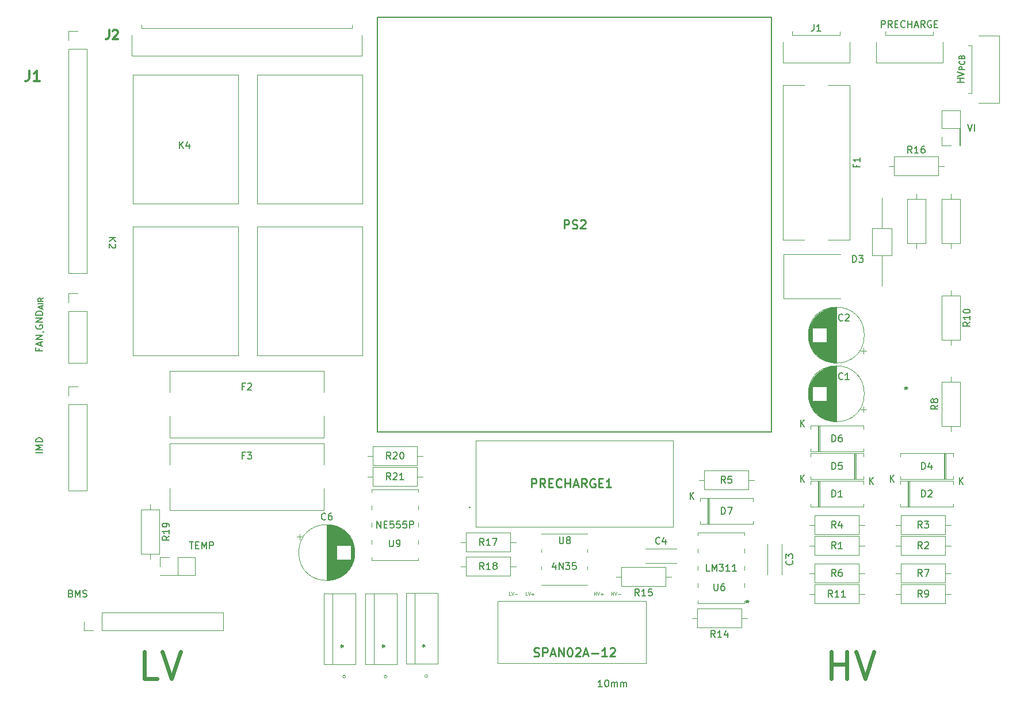
<source format=gbr>
%TF.GenerationSoftware,KiCad,Pcbnew,(6.0.5)*%
%TF.CreationDate,2023-02-13T18:15:34+09:00*%
%TF.ProjectId,23_batt_pcb,32335f62-6174-4745-9f70-63622e6b6963,rev?*%
%TF.SameCoordinates,Original*%
%TF.FileFunction,Legend,Top*%
%TF.FilePolarity,Positive*%
%FSLAX46Y46*%
G04 Gerber Fmt 4.6, Leading zero omitted, Abs format (unit mm)*
G04 Created by KiCad (PCBNEW (6.0.5)) date 2023-02-13 18:15:34*
%MOMM*%
%LPD*%
G01*
G04 APERTURE LIST*
%ADD10C,0.600000*%
%ADD11C,0.150000*%
%ADD12C,0.254000*%
%ADD13C,0.300000*%
%ADD14C,0.100000*%
%ADD15C,0.200000*%
%ADD16C,0.120000*%
G04 APERTURE END LIST*
D10*
X95027809Y-128809523D02*
X93123047Y-128809523D01*
X93123047Y-124809523D01*
X95789714Y-124809523D02*
X97123047Y-128809523D01*
X98456380Y-124809523D01*
X194246857Y-128809523D02*
X194246857Y-124809523D01*
X194246857Y-126714285D02*
X196532571Y-126714285D01*
X196532571Y-128809523D02*
X196532571Y-124809523D01*
X197865904Y-124809523D02*
X199199238Y-128809523D01*
X200532571Y-124809523D01*
D11*
X160528190Y-129992380D02*
X159956761Y-129992380D01*
X160242476Y-129992380D02*
X160242476Y-128992380D01*
X160147238Y-129135238D01*
X160052000Y-129230476D01*
X159956761Y-129278095D01*
X161147238Y-128992380D02*
X161242476Y-128992380D01*
X161337714Y-129040000D01*
X161385333Y-129087619D01*
X161432952Y-129182857D01*
X161480571Y-129373333D01*
X161480571Y-129611428D01*
X161432952Y-129801904D01*
X161385333Y-129897142D01*
X161337714Y-129944761D01*
X161242476Y-129992380D01*
X161147238Y-129992380D01*
X161052000Y-129944761D01*
X161004380Y-129897142D01*
X160956761Y-129801904D01*
X160909142Y-129611428D01*
X160909142Y-129373333D01*
X160956761Y-129182857D01*
X161004380Y-129087619D01*
X161052000Y-129040000D01*
X161147238Y-128992380D01*
X161909142Y-129992380D02*
X161909142Y-129325714D01*
X161909142Y-129420952D02*
X161956761Y-129373333D01*
X162052000Y-129325714D01*
X162194857Y-129325714D01*
X162290095Y-129373333D01*
X162337714Y-129468571D01*
X162337714Y-129992380D01*
X162337714Y-129468571D02*
X162385333Y-129373333D01*
X162480571Y-129325714D01*
X162623428Y-129325714D01*
X162718666Y-129373333D01*
X162766285Y-129468571D01*
X162766285Y-129992380D01*
X163242476Y-129992380D02*
X163242476Y-129325714D01*
X163242476Y-129420952D02*
X163290095Y-129373333D01*
X163385333Y-129325714D01*
X163528190Y-129325714D01*
X163623428Y-129373333D01*
X163671047Y-129468571D01*
X163671047Y-129992380D01*
X163671047Y-129468571D02*
X163718666Y-129373333D01*
X163813904Y-129325714D01*
X163956761Y-129325714D01*
X164052000Y-129373333D01*
X164099619Y-129468571D01*
X164099619Y-129992380D01*
D12*
%TO.C,PS2*%
X154921857Y-62550523D02*
X154921857Y-61280523D01*
X155405666Y-61280523D01*
X155526619Y-61341000D01*
X155587095Y-61401476D01*
X155647571Y-61522428D01*
X155647571Y-61703857D01*
X155587095Y-61824809D01*
X155526619Y-61885285D01*
X155405666Y-61945761D01*
X154921857Y-61945761D01*
X156131380Y-62490047D02*
X156312809Y-62550523D01*
X156615190Y-62550523D01*
X156736142Y-62490047D01*
X156796619Y-62429571D01*
X156857095Y-62308619D01*
X156857095Y-62187666D01*
X156796619Y-62066714D01*
X156736142Y-62006238D01*
X156615190Y-61945761D01*
X156373285Y-61885285D01*
X156252333Y-61824809D01*
X156191857Y-61764333D01*
X156131380Y-61643380D01*
X156131380Y-61522428D01*
X156191857Y-61401476D01*
X156252333Y-61341000D01*
X156373285Y-61280523D01*
X156675666Y-61280523D01*
X156857095Y-61341000D01*
X157340904Y-61401476D02*
X157401380Y-61341000D01*
X157522333Y-61280523D01*
X157824714Y-61280523D01*
X157945666Y-61341000D01*
X158006142Y-61401476D01*
X158066619Y-61522428D01*
X158066619Y-61643380D01*
X158006142Y-61824809D01*
X157280428Y-62550523D01*
X158066619Y-62550523D01*
D11*
%TO.C,F1*%
X197952571Y-53165333D02*
X197952571Y-53498666D01*
X198476380Y-53498666D02*
X197476380Y-53498666D01*
X197476380Y-53022476D01*
X198476380Y-52117714D02*
X198476380Y-52689142D01*
X198476380Y-52403428D02*
X197476380Y-52403428D01*
X197619238Y-52498666D01*
X197714476Y-52593904D01*
X197762095Y-52689142D01*
%TO.C,D1*%
X194333904Y-102052380D02*
X194333904Y-101052380D01*
X194572000Y-101052380D01*
X194714857Y-101100000D01*
X194810095Y-101195238D01*
X194857714Y-101290476D01*
X194905333Y-101480952D01*
X194905333Y-101623809D01*
X194857714Y-101814285D01*
X194810095Y-101909523D01*
X194714857Y-102004761D01*
X194572000Y-102052380D01*
X194333904Y-102052380D01*
X195857714Y-102052380D02*
X195286285Y-102052380D01*
X195572000Y-102052380D02*
X195572000Y-101052380D01*
X195476761Y-101195238D01*
X195381523Y-101290476D01*
X195286285Y-101338095D01*
X189730095Y-99852380D02*
X189730095Y-98852380D01*
X190301523Y-99852380D02*
X189872952Y-99280952D01*
X190301523Y-98852380D02*
X189730095Y-99423809D01*
%TO.C,R3*%
X207605333Y-106624380D02*
X207272000Y-106148190D01*
X207033904Y-106624380D02*
X207033904Y-105624380D01*
X207414857Y-105624380D01*
X207510095Y-105672000D01*
X207557714Y-105719619D01*
X207605333Y-105814857D01*
X207605333Y-105957714D01*
X207557714Y-106052952D01*
X207510095Y-106100571D01*
X207414857Y-106148190D01*
X207033904Y-106148190D01*
X207938666Y-105624380D02*
X208557714Y-105624380D01*
X208224380Y-106005333D01*
X208367238Y-106005333D01*
X208462476Y-106052952D01*
X208510095Y-106100571D01*
X208557714Y-106195809D01*
X208557714Y-106433904D01*
X208510095Y-106529142D01*
X208462476Y-106576761D01*
X208367238Y-106624380D01*
X208081523Y-106624380D01*
X207986285Y-106576761D01*
X207938666Y-106529142D01*
%TO.C,IMD*%
X78176380Y-95559428D02*
X77176380Y-95559428D01*
X78176380Y-95083238D02*
X77176380Y-95083238D01*
X77890666Y-94749904D01*
X77176380Y-94416571D01*
X78176380Y-94416571D01*
X78176380Y-93940380D02*
X77176380Y-93940380D01*
X77176380Y-93702285D01*
X77224000Y-93559428D01*
X77319238Y-93464190D01*
X77414476Y-93416571D01*
X77604952Y-93368952D01*
X77747809Y-93368952D01*
X77938285Y-93416571D01*
X78033523Y-93464190D01*
X78128761Y-93559428D01*
X78176380Y-93702285D01*
X78176380Y-93940380D01*
%TO.C,R6*%
X194905333Y-113736380D02*
X194572000Y-113260190D01*
X194333904Y-113736380D02*
X194333904Y-112736380D01*
X194714857Y-112736380D01*
X194810095Y-112784000D01*
X194857714Y-112831619D01*
X194905333Y-112926857D01*
X194905333Y-113069714D01*
X194857714Y-113164952D01*
X194810095Y-113212571D01*
X194714857Y-113260190D01*
X194333904Y-113260190D01*
X195762476Y-112736380D02*
X195572000Y-112736380D01*
X195476761Y-112784000D01*
X195429142Y-112831619D01*
X195333904Y-112974476D01*
X195286285Y-113164952D01*
X195286285Y-113545904D01*
X195333904Y-113641142D01*
X195381523Y-113688761D01*
X195476761Y-113736380D01*
X195667238Y-113736380D01*
X195762476Y-113688761D01*
X195810095Y-113641142D01*
X195857714Y-113545904D01*
X195857714Y-113307809D01*
X195810095Y-113212571D01*
X195762476Y-113164952D01*
X195667238Y-113117333D01*
X195476761Y-113117333D01*
X195381523Y-113164952D01*
X195333904Y-113212571D01*
X195286285Y-113307809D01*
%TO.C,R16*%
X206113142Y-51422380D02*
X205779809Y-50946190D01*
X205541714Y-51422380D02*
X205541714Y-50422380D01*
X205922666Y-50422380D01*
X206017904Y-50470000D01*
X206065523Y-50517619D01*
X206113142Y-50612857D01*
X206113142Y-50755714D01*
X206065523Y-50850952D01*
X206017904Y-50898571D01*
X205922666Y-50946190D01*
X205541714Y-50946190D01*
X207065523Y-51422380D02*
X206494095Y-51422380D01*
X206779809Y-51422380D02*
X206779809Y-50422380D01*
X206684571Y-50565238D01*
X206589333Y-50660476D01*
X206494095Y-50708095D01*
X207922666Y-50422380D02*
X207732190Y-50422380D01*
X207636952Y-50470000D01*
X207589333Y-50517619D01*
X207494095Y-50660476D01*
X207446476Y-50850952D01*
X207446476Y-51231904D01*
X207494095Y-51327142D01*
X207541714Y-51374761D01*
X207636952Y-51422380D01*
X207827428Y-51422380D01*
X207922666Y-51374761D01*
X207970285Y-51327142D01*
X208017904Y-51231904D01*
X208017904Y-50993809D01*
X207970285Y-50898571D01*
X207922666Y-50850952D01*
X207827428Y-50803333D01*
X207636952Y-50803333D01*
X207541714Y-50850952D01*
X207494095Y-50898571D01*
X207446476Y-50993809D01*
%TO.C,J1*%
X191690666Y-32472380D02*
X191690666Y-33186666D01*
X191643047Y-33329523D01*
X191547809Y-33424761D01*
X191404952Y-33472380D01*
X191309714Y-33472380D01*
X192690666Y-33472380D02*
X192119238Y-33472380D01*
X192404952Y-33472380D02*
X192404952Y-32472380D01*
X192309714Y-32615238D01*
X192214476Y-32710476D01*
X192119238Y-32758095D01*
%TO.C,BMS*%
X82335809Y-116260571D02*
X82478666Y-116308190D01*
X82526285Y-116355809D01*
X82573904Y-116451047D01*
X82573904Y-116593904D01*
X82526285Y-116689142D01*
X82478666Y-116736761D01*
X82383428Y-116784380D01*
X82002476Y-116784380D01*
X82002476Y-115784380D01*
X82335809Y-115784380D01*
X82431047Y-115832000D01*
X82478666Y-115879619D01*
X82526285Y-115974857D01*
X82526285Y-116070095D01*
X82478666Y-116165333D01*
X82431047Y-116212952D01*
X82335809Y-116260571D01*
X82002476Y-116260571D01*
X83002476Y-116784380D02*
X83002476Y-115784380D01*
X83335809Y-116498666D01*
X83669142Y-115784380D01*
X83669142Y-116784380D01*
X84097714Y-116736761D02*
X84240571Y-116784380D01*
X84478666Y-116784380D01*
X84573904Y-116736761D01*
X84621523Y-116689142D01*
X84669142Y-116593904D01*
X84669142Y-116498666D01*
X84621523Y-116403428D01*
X84573904Y-116355809D01*
X84478666Y-116308190D01*
X84288190Y-116260571D01*
X84192952Y-116212952D01*
X84145333Y-116165333D01*
X84097714Y-116070095D01*
X84097714Y-115974857D01*
X84145333Y-115879619D01*
X84192952Y-115832000D01*
X84288190Y-115784380D01*
X84526285Y-115784380D01*
X84669142Y-115832000D01*
%TO.C,R10*%
X214658380Y-76334857D02*
X214182190Y-76668190D01*
X214658380Y-76906285D02*
X213658380Y-76906285D01*
X213658380Y-76525333D01*
X213706000Y-76430095D01*
X213753619Y-76382476D01*
X213848857Y-76334857D01*
X213991714Y-76334857D01*
X214086952Y-76382476D01*
X214134571Y-76430095D01*
X214182190Y-76525333D01*
X214182190Y-76906285D01*
X214658380Y-75382476D02*
X214658380Y-75953904D01*
X214658380Y-75668190D02*
X213658380Y-75668190D01*
X213801238Y-75763428D01*
X213896476Y-75858666D01*
X213944095Y-75953904D01*
X213658380Y-74763428D02*
X213658380Y-74668190D01*
X213706000Y-74572952D01*
X213753619Y-74525333D01*
X213848857Y-74477714D01*
X214039333Y-74430095D01*
X214277428Y-74430095D01*
X214467904Y-74477714D01*
X214563142Y-74525333D01*
X214610761Y-74572952D01*
X214658380Y-74668190D01*
X214658380Y-74763428D01*
X214610761Y-74858666D01*
X214563142Y-74906285D01*
X214467904Y-74953904D01*
X214277428Y-75001523D01*
X214039333Y-75001523D01*
X213848857Y-74953904D01*
X213753619Y-74906285D01*
X213706000Y-74858666D01*
X213658380Y-74763428D01*
%TO.C,HV_{PCB*%
X213767380Y-41030285D02*
X212767380Y-41030285D01*
X213243571Y-41030285D02*
X213243571Y-40458857D01*
X213767380Y-40458857D02*
X212767380Y-40458857D01*
X212767380Y-40125523D02*
X213767380Y-39792190D01*
X212767380Y-39458857D01*
X213876904Y-39173142D02*
X213076904Y-39173142D01*
X213076904Y-38868380D01*
X213115000Y-38792190D01*
X213153095Y-38754095D01*
X213229285Y-38716000D01*
X213343571Y-38716000D01*
X213419761Y-38754095D01*
X213457857Y-38792190D01*
X213495952Y-38868380D01*
X213495952Y-39173142D01*
X213800714Y-37916000D02*
X213838809Y-37954095D01*
X213876904Y-38068380D01*
X213876904Y-38144571D01*
X213838809Y-38258857D01*
X213762619Y-38335047D01*
X213686428Y-38373142D01*
X213534047Y-38411238D01*
X213419761Y-38411238D01*
X213267380Y-38373142D01*
X213191190Y-38335047D01*
X213115000Y-38258857D01*
X213076904Y-38144571D01*
X213076904Y-38068380D01*
X213115000Y-37954095D01*
X213153095Y-37916000D01*
X213457857Y-37306476D02*
X213495952Y-37192190D01*
X213534047Y-37154095D01*
X213610238Y-37116000D01*
X213724523Y-37116000D01*
X213800714Y-37154095D01*
X213838809Y-37192190D01*
X213876904Y-37268380D01*
X213876904Y-37573142D01*
X213076904Y-37573142D01*
X213076904Y-37306476D01*
X213115000Y-37230285D01*
X213153095Y-37192190D01*
X213229285Y-37154095D01*
X213305476Y-37154095D01*
X213381666Y-37192190D01*
X213419761Y-37230285D01*
X213457857Y-37306476D01*
X213457857Y-37573142D01*
%TO.C,R14*%
X177157142Y-122710380D02*
X176823809Y-122234190D01*
X176585714Y-122710380D02*
X176585714Y-121710380D01*
X176966666Y-121710380D01*
X177061904Y-121758000D01*
X177109523Y-121805619D01*
X177157142Y-121900857D01*
X177157142Y-122043714D01*
X177109523Y-122138952D01*
X177061904Y-122186571D01*
X176966666Y-122234190D01*
X176585714Y-122234190D01*
X178109523Y-122710380D02*
X177538095Y-122710380D01*
X177823809Y-122710380D02*
X177823809Y-121710380D01*
X177728571Y-121853238D01*
X177633333Y-121948476D01*
X177538095Y-121996095D01*
X178966666Y-122043714D02*
X178966666Y-122710380D01*
X178728571Y-121662761D02*
X178490476Y-122377047D01*
X179109523Y-122377047D01*
%TO.C,R15*%
X165981142Y-116614380D02*
X165647809Y-116138190D01*
X165409714Y-116614380D02*
X165409714Y-115614380D01*
X165790666Y-115614380D01*
X165885904Y-115662000D01*
X165933523Y-115709619D01*
X165981142Y-115804857D01*
X165981142Y-115947714D01*
X165933523Y-116042952D01*
X165885904Y-116090571D01*
X165790666Y-116138190D01*
X165409714Y-116138190D01*
X166933523Y-116614380D02*
X166362095Y-116614380D01*
X166647809Y-116614380D02*
X166647809Y-115614380D01*
X166552571Y-115757238D01*
X166457333Y-115852476D01*
X166362095Y-115900095D01*
X167838285Y-115614380D02*
X167362095Y-115614380D01*
X167314476Y-116090571D01*
X167362095Y-116042952D01*
X167457333Y-115995333D01*
X167695428Y-115995333D01*
X167790666Y-116042952D01*
X167838285Y-116090571D01*
X167885904Y-116185809D01*
X167885904Y-116423904D01*
X167838285Y-116519142D01*
X167790666Y-116566761D01*
X167695428Y-116614380D01*
X167457333Y-116614380D01*
X167362095Y-116566761D01*
X167314476Y-116519142D01*
D13*
%TO.C,J1*%
X76208000Y-39310571D02*
X76208000Y-40382000D01*
X76136571Y-40596285D01*
X75993714Y-40739142D01*
X75779428Y-40810571D01*
X75636571Y-40810571D01*
X77708000Y-40810571D02*
X76850857Y-40810571D01*
X77279428Y-40810571D02*
X77279428Y-39310571D01*
X77136571Y-39524857D01*
X76993714Y-39667714D01*
X76850857Y-39739142D01*
D11*
%TO.C,R9*%
X207605333Y-116784380D02*
X207272000Y-116308190D01*
X207033904Y-116784380D02*
X207033904Y-115784380D01*
X207414857Y-115784380D01*
X207510095Y-115832000D01*
X207557714Y-115879619D01*
X207605333Y-115974857D01*
X207605333Y-116117714D01*
X207557714Y-116212952D01*
X207510095Y-116260571D01*
X207414857Y-116308190D01*
X207033904Y-116308190D01*
X208081523Y-116784380D02*
X208272000Y-116784380D01*
X208367238Y-116736761D01*
X208414857Y-116689142D01*
X208510095Y-116546285D01*
X208557714Y-116355809D01*
X208557714Y-115974857D01*
X208510095Y-115879619D01*
X208462476Y-115832000D01*
X208367238Y-115784380D01*
X208176761Y-115784380D01*
X208081523Y-115832000D01*
X208033904Y-115879619D01*
X207986285Y-115974857D01*
X207986285Y-116212952D01*
X208033904Y-116308190D01*
X208081523Y-116355809D01*
X208176761Y-116403428D01*
X208367238Y-116403428D01*
X208462476Y-116355809D01*
X208510095Y-116308190D01*
X208557714Y-116212952D01*
%TO.C,R8*%
X209918380Y-88558666D02*
X209442190Y-88892000D01*
X209918380Y-89130095D02*
X208918380Y-89130095D01*
X208918380Y-88749142D01*
X208966000Y-88653904D01*
X209013619Y-88606285D01*
X209108857Y-88558666D01*
X209251714Y-88558666D01*
X209346952Y-88606285D01*
X209394571Y-88653904D01*
X209442190Y-88749142D01*
X209442190Y-89130095D01*
X209346952Y-87987238D02*
X209299333Y-88082476D01*
X209251714Y-88130095D01*
X209156476Y-88177714D01*
X209108857Y-88177714D01*
X209013619Y-88130095D01*
X208966000Y-88082476D01*
X208918380Y-87987238D01*
X208918380Y-87796761D01*
X208966000Y-87701523D01*
X209013619Y-87653904D01*
X209108857Y-87606285D01*
X209156476Y-87606285D01*
X209251714Y-87653904D01*
X209299333Y-87701523D01*
X209346952Y-87796761D01*
X209346952Y-87987238D01*
X209394571Y-88082476D01*
X209442190Y-88130095D01*
X209537428Y-88177714D01*
X209727904Y-88177714D01*
X209823142Y-88130095D01*
X209870761Y-88082476D01*
X209918380Y-87987238D01*
X209918380Y-87796761D01*
X209870761Y-87701523D01*
X209823142Y-87653904D01*
X209727904Y-87606285D01*
X209537428Y-87606285D01*
X209442190Y-87653904D01*
X209394571Y-87701523D01*
X209346952Y-87796761D01*
%TO.C,Q1*%
X134072380Y-123952000D02*
X134310476Y-123952000D01*
X134215238Y-124190095D02*
X134310476Y-123952000D01*
X134215238Y-123713904D01*
X134500952Y-124094857D02*
X134310476Y-123952000D01*
X134500952Y-123809142D01*
%TO.C,D5*%
X194333904Y-97988380D02*
X194333904Y-96988380D01*
X194572000Y-96988380D01*
X194714857Y-97036000D01*
X194810095Y-97131238D01*
X194857714Y-97226476D01*
X194905333Y-97416952D01*
X194905333Y-97559809D01*
X194857714Y-97750285D01*
X194810095Y-97845523D01*
X194714857Y-97940761D01*
X194572000Y-97988380D01*
X194333904Y-97988380D01*
X195810095Y-96988380D02*
X195333904Y-96988380D01*
X195286285Y-97464571D01*
X195333904Y-97416952D01*
X195429142Y-97369333D01*
X195667238Y-97369333D01*
X195762476Y-97416952D01*
X195810095Y-97464571D01*
X195857714Y-97559809D01*
X195857714Y-97797904D01*
X195810095Y-97893142D01*
X195762476Y-97940761D01*
X195667238Y-97988380D01*
X195429142Y-97988380D01*
X195333904Y-97940761D01*
X195286285Y-97893142D01*
X199890095Y-100188380D02*
X199890095Y-99188380D01*
X200461523Y-100188380D02*
X200032952Y-99616952D01*
X200461523Y-99188380D02*
X199890095Y-99759809D01*
%TO.C,R11*%
X194429142Y-116784380D02*
X194095809Y-116308190D01*
X193857714Y-116784380D02*
X193857714Y-115784380D01*
X194238666Y-115784380D01*
X194333904Y-115832000D01*
X194381523Y-115879619D01*
X194429142Y-115974857D01*
X194429142Y-116117714D01*
X194381523Y-116212952D01*
X194333904Y-116260571D01*
X194238666Y-116308190D01*
X193857714Y-116308190D01*
X195381523Y-116784380D02*
X194810095Y-116784380D01*
X195095809Y-116784380D02*
X195095809Y-115784380D01*
X195000571Y-115927238D01*
X194905333Y-116022476D01*
X194810095Y-116070095D01*
X196333904Y-116784380D02*
X195762476Y-116784380D01*
X196048190Y-116784380D02*
X196048190Y-115784380D01*
X195952952Y-115927238D01*
X195857714Y-116022476D01*
X195762476Y-116070095D01*
%TO.C,D4*%
X207541904Y-97988380D02*
X207541904Y-96988380D01*
X207780000Y-96988380D01*
X207922857Y-97036000D01*
X208018095Y-97131238D01*
X208065714Y-97226476D01*
X208113333Y-97416952D01*
X208113333Y-97559809D01*
X208065714Y-97750285D01*
X208018095Y-97845523D01*
X207922857Y-97940761D01*
X207780000Y-97988380D01*
X207541904Y-97988380D01*
X208970476Y-97321714D02*
X208970476Y-97988380D01*
X208732380Y-96940761D02*
X208494285Y-97655047D01*
X209113333Y-97655047D01*
X213098095Y-100188380D02*
X213098095Y-99188380D01*
X213669523Y-100188380D02*
X213240952Y-99616952D01*
X213669523Y-99188380D02*
X213098095Y-99759809D01*
%TO.C,K4*%
X98321904Y-50744380D02*
X98321904Y-49744380D01*
X98893333Y-50744380D02*
X98464761Y-50172952D01*
X98893333Y-49744380D02*
X98321904Y-50315809D01*
X99750476Y-50077714D02*
X99750476Y-50744380D01*
X99512380Y-49696761D02*
X99274285Y-50411047D01*
X99893333Y-50411047D01*
%TO.C,U3*%
X205232000Y-85812380D02*
X205232000Y-86050476D01*
X204993904Y-85955238D02*
X205232000Y-86050476D01*
X205470095Y-85955238D01*
X205089142Y-86240952D02*
X205232000Y-86050476D01*
X205374857Y-86240952D01*
%TO.C,C2*%
X195921333Y-76049142D02*
X195873714Y-76096761D01*
X195730857Y-76144380D01*
X195635619Y-76144380D01*
X195492761Y-76096761D01*
X195397523Y-76001523D01*
X195349904Y-75906285D01*
X195302285Y-75715809D01*
X195302285Y-75572952D01*
X195349904Y-75382476D01*
X195397523Y-75287238D01*
X195492761Y-75192000D01*
X195635619Y-75144380D01*
X195730857Y-75144380D01*
X195873714Y-75192000D01*
X195921333Y-75239619D01*
X196302285Y-75239619D02*
X196349904Y-75192000D01*
X196445142Y-75144380D01*
X196683238Y-75144380D01*
X196778476Y-75192000D01*
X196826095Y-75239619D01*
X196873714Y-75334857D01*
X196873714Y-75430095D01*
X196826095Y-75572952D01*
X196254666Y-76144380D01*
X196873714Y-76144380D01*
%TO.C,C1*%
X195921333Y-84685142D02*
X195873714Y-84732761D01*
X195730857Y-84780380D01*
X195635619Y-84780380D01*
X195492761Y-84732761D01*
X195397523Y-84637523D01*
X195349904Y-84542285D01*
X195302285Y-84351809D01*
X195302285Y-84208952D01*
X195349904Y-84018476D01*
X195397523Y-83923238D01*
X195492761Y-83828000D01*
X195635619Y-83780380D01*
X195730857Y-83780380D01*
X195873714Y-83828000D01*
X195921333Y-83875619D01*
X196873714Y-84780380D02*
X196302285Y-84780380D01*
X196588000Y-84780380D02*
X196588000Y-83780380D01*
X196492761Y-83923238D01*
X196397523Y-84018476D01*
X196302285Y-84066095D01*
%TO.C,C4*%
X168997333Y-108901142D02*
X168949714Y-108948761D01*
X168806857Y-108996380D01*
X168711619Y-108996380D01*
X168568761Y-108948761D01*
X168473523Y-108853523D01*
X168425904Y-108758285D01*
X168378285Y-108567809D01*
X168378285Y-108424952D01*
X168425904Y-108234476D01*
X168473523Y-108139238D01*
X168568761Y-108044000D01*
X168711619Y-107996380D01*
X168806857Y-107996380D01*
X168949714Y-108044000D01*
X168997333Y-108091619D01*
X169854476Y-108329714D02*
X169854476Y-108996380D01*
X169616380Y-107948761D02*
X169378285Y-108663047D01*
X169997333Y-108663047D01*
%TO.C,K2*%
X87951019Y-63892104D02*
X88951019Y-63892104D01*
X87951019Y-64463533D02*
X88522447Y-64034961D01*
X88951019Y-64463533D02*
X88379590Y-63892104D01*
X88855780Y-64844485D02*
X88903400Y-64892104D01*
X88951019Y-64987342D01*
X88951019Y-65225438D01*
X88903400Y-65320676D01*
X88855780Y-65368295D01*
X88760542Y-65415914D01*
X88665304Y-65415914D01*
X88522447Y-65368295D01*
X87951019Y-64796866D01*
X87951019Y-65415914D01*
%TO.C,D3*%
X197381904Y-67508380D02*
X197381904Y-66508380D01*
X197620000Y-66508380D01*
X197762857Y-66556000D01*
X197858095Y-66651238D01*
X197905714Y-66746476D01*
X197953333Y-66936952D01*
X197953333Y-67079809D01*
X197905714Y-67270285D01*
X197858095Y-67365523D01*
X197762857Y-67460761D01*
X197620000Y-67508380D01*
X197381904Y-67508380D01*
X198286666Y-66508380D02*
X198905714Y-66508380D01*
X198572380Y-66889333D01*
X198715238Y-66889333D01*
X198810476Y-66936952D01*
X198858095Y-66984571D01*
X198905714Y-67079809D01*
X198905714Y-67317904D01*
X198858095Y-67413142D01*
X198810476Y-67460761D01*
X198715238Y-67508380D01*
X198429523Y-67508380D01*
X198334285Y-67460761D01*
X198286666Y-67413142D01*
%TO.C,C6*%
X119818682Y-105343142D02*
X119771063Y-105390761D01*
X119628206Y-105438380D01*
X119532968Y-105438380D01*
X119390110Y-105390761D01*
X119294872Y-105295523D01*
X119247253Y-105200285D01*
X119199634Y-105009809D01*
X119199634Y-104866952D01*
X119247253Y-104676476D01*
X119294872Y-104581238D01*
X119390110Y-104486000D01*
X119532968Y-104438380D01*
X119628206Y-104438380D01*
X119771063Y-104486000D01*
X119818682Y-104533619D01*
X120675825Y-104438380D02*
X120485349Y-104438380D01*
X120390110Y-104486000D01*
X120342491Y-104533619D01*
X120247253Y-104676476D01*
X120199634Y-104866952D01*
X120199634Y-105247904D01*
X120247253Y-105343142D01*
X120294872Y-105390761D01*
X120390110Y-105438380D01*
X120580587Y-105438380D01*
X120675825Y-105390761D01*
X120723444Y-105343142D01*
X120771063Y-105247904D01*
X120771063Y-105009809D01*
X120723444Y-104914571D01*
X120675825Y-104866952D01*
X120580587Y-104819333D01*
X120390110Y-104819333D01*
X120294872Y-104866952D01*
X120247253Y-104914571D01*
X120199634Y-105009809D01*
%TO.C,U9*%
X129209895Y-108367580D02*
X129209895Y-109177104D01*
X129257514Y-109272342D01*
X129305133Y-109319961D01*
X129400371Y-109367580D01*
X129590847Y-109367580D01*
X129686085Y-109319961D01*
X129733704Y-109272342D01*
X129781323Y-109177104D01*
X129781323Y-108367580D01*
X130305133Y-109367580D02*
X130495609Y-109367580D01*
X130590847Y-109319961D01*
X130638466Y-109272342D01*
X130733704Y-109129485D01*
X130781323Y-108939009D01*
X130781323Y-108558057D01*
X130733704Y-108462819D01*
X130686085Y-108415200D01*
X130590847Y-108367580D01*
X130400371Y-108367580D01*
X130305133Y-108415200D01*
X130257514Y-108462819D01*
X130209895Y-108558057D01*
X130209895Y-108796152D01*
X130257514Y-108891390D01*
X130305133Y-108939009D01*
X130400371Y-108986628D01*
X130590847Y-108986628D01*
X130686085Y-108939009D01*
X130733704Y-108891390D01*
X130781323Y-108796152D01*
X127381333Y-106624380D02*
X127381333Y-105624380D01*
X127952761Y-106624380D01*
X127952761Y-105624380D01*
X128428952Y-106100571D02*
X128762285Y-106100571D01*
X128905142Y-106624380D02*
X128428952Y-106624380D01*
X128428952Y-105624380D01*
X128905142Y-105624380D01*
X129809904Y-105624380D02*
X129333714Y-105624380D01*
X129286095Y-106100571D01*
X129333714Y-106052952D01*
X129428952Y-106005333D01*
X129667047Y-106005333D01*
X129762285Y-106052952D01*
X129809904Y-106100571D01*
X129857523Y-106195809D01*
X129857523Y-106433904D01*
X129809904Y-106529142D01*
X129762285Y-106576761D01*
X129667047Y-106624380D01*
X129428952Y-106624380D01*
X129333714Y-106576761D01*
X129286095Y-106529142D01*
X130762285Y-105624380D02*
X130286095Y-105624380D01*
X130238476Y-106100571D01*
X130286095Y-106052952D01*
X130381333Y-106005333D01*
X130619428Y-106005333D01*
X130714666Y-106052952D01*
X130762285Y-106100571D01*
X130809904Y-106195809D01*
X130809904Y-106433904D01*
X130762285Y-106529142D01*
X130714666Y-106576761D01*
X130619428Y-106624380D01*
X130381333Y-106624380D01*
X130286095Y-106576761D01*
X130238476Y-106529142D01*
X131714666Y-105624380D02*
X131238476Y-105624380D01*
X131190857Y-106100571D01*
X131238476Y-106052952D01*
X131333714Y-106005333D01*
X131571809Y-106005333D01*
X131667047Y-106052952D01*
X131714666Y-106100571D01*
X131762285Y-106195809D01*
X131762285Y-106433904D01*
X131714666Y-106529142D01*
X131667047Y-106576761D01*
X131571809Y-106624380D01*
X131333714Y-106624380D01*
X131238476Y-106576761D01*
X131190857Y-106529142D01*
X132190857Y-106624380D02*
X132190857Y-105624380D01*
X132571809Y-105624380D01*
X132667047Y-105672000D01*
X132714666Y-105719619D01*
X132762285Y-105814857D01*
X132762285Y-105957714D01*
X132714666Y-106052952D01*
X132667047Y-106100571D01*
X132571809Y-106148190D01*
X132190857Y-106148190D01*
D13*
%TO.C,J2*%
X87958666Y-33324095D02*
X87958666Y-34252666D01*
X87896761Y-34438380D01*
X87772952Y-34562190D01*
X87587238Y-34624095D01*
X87463428Y-34624095D01*
X88515809Y-33447904D02*
X88577714Y-33386000D01*
X88701523Y-33324095D01*
X89011047Y-33324095D01*
X89134857Y-33386000D01*
X89196761Y-33447904D01*
X89258666Y-33571714D01*
X89258666Y-33695523D01*
X89196761Y-33881238D01*
X88453904Y-34624095D01*
X89258666Y-34624095D01*
D11*
%TO.C,R18*%
X143121142Y-112720380D02*
X142787809Y-112244190D01*
X142549714Y-112720380D02*
X142549714Y-111720380D01*
X142930666Y-111720380D01*
X143025904Y-111768000D01*
X143073523Y-111815619D01*
X143121142Y-111910857D01*
X143121142Y-112053714D01*
X143073523Y-112148952D01*
X143025904Y-112196571D01*
X142930666Y-112244190D01*
X142549714Y-112244190D01*
X144073523Y-112720380D02*
X143502095Y-112720380D01*
X143787809Y-112720380D02*
X143787809Y-111720380D01*
X143692571Y-111863238D01*
X143597333Y-111958476D01*
X143502095Y-112006095D01*
X144644952Y-112148952D02*
X144549714Y-112101333D01*
X144502095Y-112053714D01*
X144454476Y-111958476D01*
X144454476Y-111910857D01*
X144502095Y-111815619D01*
X144549714Y-111768000D01*
X144644952Y-111720380D01*
X144835428Y-111720380D01*
X144930666Y-111768000D01*
X144978285Y-111815619D01*
X145025904Y-111910857D01*
X145025904Y-111958476D01*
X144978285Y-112053714D01*
X144930666Y-112101333D01*
X144835428Y-112148952D01*
X144644952Y-112148952D01*
X144549714Y-112196571D01*
X144502095Y-112244190D01*
X144454476Y-112339428D01*
X144454476Y-112529904D01*
X144502095Y-112625142D01*
X144549714Y-112672761D01*
X144644952Y-112720380D01*
X144835428Y-112720380D01*
X144930666Y-112672761D01*
X144978285Y-112625142D01*
X145025904Y-112529904D01*
X145025904Y-112339428D01*
X144978285Y-112244190D01*
X144930666Y-112196571D01*
X144835428Y-112148952D01*
%TO.C,R4*%
X194905333Y-106624380D02*
X194572000Y-106148190D01*
X194333904Y-106624380D02*
X194333904Y-105624380D01*
X194714857Y-105624380D01*
X194810095Y-105672000D01*
X194857714Y-105719619D01*
X194905333Y-105814857D01*
X194905333Y-105957714D01*
X194857714Y-106052952D01*
X194810095Y-106100571D01*
X194714857Y-106148190D01*
X194333904Y-106148190D01*
X195762476Y-105957714D02*
X195762476Y-106624380D01*
X195524380Y-105576761D02*
X195286285Y-106291047D01*
X195905333Y-106291047D01*
%TO.C,FAN\u002CGND_{AIR*%
X77652571Y-80212761D02*
X77652571Y-80546095D01*
X78176380Y-80546095D02*
X77176380Y-80546095D01*
X77176380Y-80069904D01*
X77890666Y-79736571D02*
X77890666Y-79260380D01*
X78176380Y-79831809D02*
X77176380Y-79498476D01*
X78176380Y-79165142D01*
X78176380Y-78831809D02*
X77176380Y-78831809D01*
X78176380Y-78260380D01*
X77176380Y-78260380D01*
X78128761Y-77736571D02*
X78176380Y-77736571D01*
X78271619Y-77784190D01*
X78319238Y-77831809D01*
X77224000Y-76784190D02*
X77176380Y-76879428D01*
X77176380Y-77022285D01*
X77224000Y-77165142D01*
X77319238Y-77260380D01*
X77414476Y-77308000D01*
X77604952Y-77355619D01*
X77747809Y-77355619D01*
X77938285Y-77308000D01*
X78033523Y-77260380D01*
X78128761Y-77165142D01*
X78176380Y-77022285D01*
X78176380Y-76927047D01*
X78128761Y-76784190D01*
X78081142Y-76736571D01*
X77747809Y-76736571D01*
X77747809Y-76927047D01*
X78176380Y-76308000D02*
X77176380Y-76308000D01*
X78176380Y-75736571D01*
X77176380Y-75736571D01*
X78176380Y-75260380D02*
X77176380Y-75260380D01*
X77176380Y-75022285D01*
X77224000Y-74879428D01*
X77319238Y-74784190D01*
X77414476Y-74736571D01*
X77604952Y-74688952D01*
X77747809Y-74688952D01*
X77938285Y-74736571D01*
X78033523Y-74784190D01*
X78128761Y-74879428D01*
X78176380Y-75022285D01*
X78176380Y-75260380D01*
X78057333Y-74346095D02*
X78057333Y-73965142D01*
X78285904Y-74422285D02*
X77485904Y-74155619D01*
X78285904Y-73888952D01*
X78285904Y-73622285D02*
X77485904Y-73622285D01*
X78285904Y-72784190D02*
X77904952Y-73050857D01*
X78285904Y-73241333D02*
X77485904Y-73241333D01*
X77485904Y-72936571D01*
X77524000Y-72860380D01*
X77562095Y-72822285D01*
X77638285Y-72784190D01*
X77752571Y-72784190D01*
X77828761Y-72822285D01*
X77866857Y-72860380D01*
X77904952Y-72936571D01*
X77904952Y-73241333D01*
D12*
%TO.C,PRECHARGE1*%
X150120047Y-100650523D02*
X150120047Y-99380523D01*
X150603857Y-99380523D01*
X150724809Y-99441000D01*
X150785285Y-99501476D01*
X150845761Y-99622428D01*
X150845761Y-99803857D01*
X150785285Y-99924809D01*
X150724809Y-99985285D01*
X150603857Y-100045761D01*
X150120047Y-100045761D01*
X152115761Y-100650523D02*
X151692428Y-100045761D01*
X151390047Y-100650523D02*
X151390047Y-99380523D01*
X151873857Y-99380523D01*
X151994809Y-99441000D01*
X152055285Y-99501476D01*
X152115761Y-99622428D01*
X152115761Y-99803857D01*
X152055285Y-99924809D01*
X151994809Y-99985285D01*
X151873857Y-100045761D01*
X151390047Y-100045761D01*
X152660047Y-99985285D02*
X153083380Y-99985285D01*
X153264809Y-100650523D02*
X152660047Y-100650523D01*
X152660047Y-99380523D01*
X153264809Y-99380523D01*
X154534809Y-100529571D02*
X154474333Y-100590047D01*
X154292904Y-100650523D01*
X154171952Y-100650523D01*
X153990523Y-100590047D01*
X153869571Y-100469095D01*
X153809095Y-100348142D01*
X153748619Y-100106238D01*
X153748619Y-99924809D01*
X153809095Y-99682904D01*
X153869571Y-99561952D01*
X153990523Y-99441000D01*
X154171952Y-99380523D01*
X154292904Y-99380523D01*
X154474333Y-99441000D01*
X154534809Y-99501476D01*
X155079095Y-100650523D02*
X155079095Y-99380523D01*
X155079095Y-99985285D02*
X155804809Y-99985285D01*
X155804809Y-100650523D02*
X155804809Y-99380523D01*
X156349095Y-100287666D02*
X156953857Y-100287666D01*
X156228142Y-100650523D02*
X156651476Y-99380523D01*
X157074809Y-100650523D01*
X158223857Y-100650523D02*
X157800523Y-100045761D01*
X157498142Y-100650523D02*
X157498142Y-99380523D01*
X157981952Y-99380523D01*
X158102904Y-99441000D01*
X158163380Y-99501476D01*
X158223857Y-99622428D01*
X158223857Y-99803857D01*
X158163380Y-99924809D01*
X158102904Y-99985285D01*
X157981952Y-100045761D01*
X157498142Y-100045761D01*
X159433380Y-99441000D02*
X159312428Y-99380523D01*
X159131000Y-99380523D01*
X158949571Y-99441000D01*
X158828619Y-99561952D01*
X158768142Y-99682904D01*
X158707666Y-99924809D01*
X158707666Y-100106238D01*
X158768142Y-100348142D01*
X158828619Y-100469095D01*
X158949571Y-100590047D01*
X159131000Y-100650523D01*
X159251952Y-100650523D01*
X159433380Y-100590047D01*
X159493857Y-100529571D01*
X159493857Y-100106238D01*
X159251952Y-100106238D01*
X160038142Y-99985285D02*
X160461476Y-99985285D01*
X160642904Y-100650523D02*
X160038142Y-100650523D01*
X160038142Y-99380523D01*
X160642904Y-99380523D01*
X161852428Y-100650523D02*
X161126714Y-100650523D01*
X161489571Y-100650523D02*
X161489571Y-99380523D01*
X161368619Y-99561952D01*
X161247666Y-99682904D01*
X161126714Y-99743380D01*
D11*
%TO.C,U8*%
X154254295Y-107935780D02*
X154254295Y-108745304D01*
X154301914Y-108840542D01*
X154349533Y-108888161D01*
X154444771Y-108935780D01*
X154635247Y-108935780D01*
X154730485Y-108888161D01*
X154778104Y-108840542D01*
X154825723Y-108745304D01*
X154825723Y-107935780D01*
X155444771Y-108364352D02*
X155349533Y-108316733D01*
X155301914Y-108269114D01*
X155254295Y-108173876D01*
X155254295Y-108126257D01*
X155301914Y-108031019D01*
X155349533Y-107983400D01*
X155444771Y-107935780D01*
X155635247Y-107935780D01*
X155730485Y-107983400D01*
X155778104Y-108031019D01*
X155825723Y-108126257D01*
X155825723Y-108173876D01*
X155778104Y-108269114D01*
X155730485Y-108316733D01*
X155635247Y-108364352D01*
X155444771Y-108364352D01*
X155349533Y-108411971D01*
X155301914Y-108459590D01*
X155254295Y-108554828D01*
X155254295Y-108745304D01*
X155301914Y-108840542D01*
X155349533Y-108888161D01*
X155444771Y-108935780D01*
X155635247Y-108935780D01*
X155730485Y-108888161D01*
X155778104Y-108840542D01*
X155825723Y-108745304D01*
X155825723Y-108554828D01*
X155778104Y-108459590D01*
X155730485Y-108411971D01*
X155635247Y-108364352D01*
X153654285Y-112053714D02*
X153654285Y-112720380D01*
X153416190Y-111672761D02*
X153178095Y-112387047D01*
X153797142Y-112387047D01*
X154178095Y-112720380D02*
X154178095Y-111720380D01*
X154749523Y-112720380D01*
X154749523Y-111720380D01*
X155130476Y-111720380D02*
X155749523Y-111720380D01*
X155416190Y-112101333D01*
X155559047Y-112101333D01*
X155654285Y-112148952D01*
X155701904Y-112196571D01*
X155749523Y-112291809D01*
X155749523Y-112529904D01*
X155701904Y-112625142D01*
X155654285Y-112672761D01*
X155559047Y-112720380D01*
X155273333Y-112720380D01*
X155178095Y-112672761D01*
X155130476Y-112625142D01*
X156654285Y-111720380D02*
X156178095Y-111720380D01*
X156130476Y-112196571D01*
X156178095Y-112148952D01*
X156273333Y-112101333D01*
X156511428Y-112101333D01*
X156606666Y-112148952D01*
X156654285Y-112196571D01*
X156701904Y-112291809D01*
X156701904Y-112529904D01*
X156654285Y-112625142D01*
X156606666Y-112672761D01*
X156511428Y-112720380D01*
X156273333Y-112720380D01*
X156178095Y-112672761D01*
X156130476Y-112625142D01*
%TO.C,F3*%
X107870666Y-95940571D02*
X107537333Y-95940571D01*
X107537333Y-96464380D02*
X107537333Y-95464380D01*
X108013523Y-95464380D01*
X108299238Y-95464380D02*
X108918285Y-95464380D01*
X108584952Y-95845333D01*
X108727809Y-95845333D01*
X108823047Y-95892952D01*
X108870666Y-95940571D01*
X108918285Y-96035809D01*
X108918285Y-96273904D01*
X108870666Y-96369142D01*
X108823047Y-96416761D01*
X108727809Y-96464380D01*
X108442095Y-96464380D01*
X108346857Y-96416761D01*
X108299238Y-96369142D01*
D12*
%TO.C,PS1*%
X150507095Y-125482047D02*
X150688523Y-125542523D01*
X150990904Y-125542523D01*
X151111857Y-125482047D01*
X151172333Y-125421571D01*
X151232809Y-125300619D01*
X151232809Y-125179666D01*
X151172333Y-125058714D01*
X151111857Y-124998238D01*
X150990904Y-124937761D01*
X150749000Y-124877285D01*
X150628047Y-124816809D01*
X150567571Y-124756333D01*
X150507095Y-124635380D01*
X150507095Y-124514428D01*
X150567571Y-124393476D01*
X150628047Y-124333000D01*
X150749000Y-124272523D01*
X151051380Y-124272523D01*
X151232809Y-124333000D01*
X151777095Y-125542523D02*
X151777095Y-124272523D01*
X152260904Y-124272523D01*
X152381857Y-124333000D01*
X152442333Y-124393476D01*
X152502809Y-124514428D01*
X152502809Y-124695857D01*
X152442333Y-124816809D01*
X152381857Y-124877285D01*
X152260904Y-124937761D01*
X151777095Y-124937761D01*
X152986619Y-125179666D02*
X153591380Y-125179666D01*
X152865666Y-125542523D02*
X153289000Y-124272523D01*
X153712333Y-125542523D01*
X154135666Y-125542523D02*
X154135666Y-124272523D01*
X154861380Y-125542523D01*
X154861380Y-124272523D01*
X155708047Y-124272523D02*
X155829000Y-124272523D01*
X155949952Y-124333000D01*
X156010428Y-124393476D01*
X156070904Y-124514428D01*
X156131380Y-124756333D01*
X156131380Y-125058714D01*
X156070904Y-125300619D01*
X156010428Y-125421571D01*
X155949952Y-125482047D01*
X155829000Y-125542523D01*
X155708047Y-125542523D01*
X155587095Y-125482047D01*
X155526619Y-125421571D01*
X155466142Y-125300619D01*
X155405666Y-125058714D01*
X155405666Y-124756333D01*
X155466142Y-124514428D01*
X155526619Y-124393476D01*
X155587095Y-124333000D01*
X155708047Y-124272523D01*
X156615190Y-124393476D02*
X156675666Y-124333000D01*
X156796619Y-124272523D01*
X157099000Y-124272523D01*
X157219952Y-124333000D01*
X157280428Y-124393476D01*
X157340904Y-124514428D01*
X157340904Y-124635380D01*
X157280428Y-124816809D01*
X156554714Y-125542523D01*
X157340904Y-125542523D01*
X157824714Y-125179666D02*
X158429476Y-125179666D01*
X157703761Y-125542523D02*
X158127095Y-124272523D01*
X158550428Y-125542523D01*
X158973761Y-125058714D02*
X159941380Y-125058714D01*
X161211380Y-125542523D02*
X160485666Y-125542523D01*
X160848523Y-125542523D02*
X160848523Y-124272523D01*
X160727571Y-124453952D01*
X160606619Y-124574904D01*
X160485666Y-124635380D01*
X161695190Y-124393476D02*
X161755666Y-124333000D01*
X161876619Y-124272523D01*
X162179000Y-124272523D01*
X162299952Y-124333000D01*
X162360428Y-124393476D01*
X162420904Y-124514428D01*
X162420904Y-124635380D01*
X162360428Y-124816809D01*
X161634714Y-125542523D01*
X162420904Y-125542523D01*
D14*
X149490952Y-116558190D02*
X149252857Y-116558190D01*
X149252857Y-116058190D01*
X149586190Y-116058190D02*
X149752857Y-116558190D01*
X149919523Y-116058190D01*
X150086190Y-116367714D02*
X150467142Y-116367714D01*
X150276666Y-116558190D02*
X150276666Y-116177238D01*
X161893333Y-116558190D02*
X161893333Y-116058190D01*
X161893333Y-116296285D02*
X162179047Y-116296285D01*
X162179047Y-116558190D02*
X162179047Y-116058190D01*
X162345714Y-116058190D02*
X162512380Y-116558190D01*
X162679047Y-116058190D01*
X162845714Y-116367714D02*
X163226666Y-116367714D01*
X159353333Y-116558190D02*
X159353333Y-116058190D01*
X159353333Y-116296285D02*
X159639047Y-116296285D01*
X159639047Y-116558190D02*
X159639047Y-116058190D01*
X159805714Y-116058190D02*
X159972380Y-116558190D01*
X160139047Y-116058190D01*
X160305714Y-116367714D02*
X160686666Y-116367714D01*
X160496190Y-116558190D02*
X160496190Y-116177238D01*
X147045952Y-116558190D02*
X146807857Y-116558190D01*
X146807857Y-116058190D01*
X147141190Y-116058190D02*
X147307857Y-116558190D01*
X147474523Y-116058190D01*
X147641190Y-116367714D02*
X148022142Y-116367714D01*
D11*
%TO.C,D6*%
X194333904Y-93924380D02*
X194333904Y-92924380D01*
X194572000Y-92924380D01*
X194714857Y-92972000D01*
X194810095Y-93067238D01*
X194857714Y-93162476D01*
X194905333Y-93352952D01*
X194905333Y-93495809D01*
X194857714Y-93686285D01*
X194810095Y-93781523D01*
X194714857Y-93876761D01*
X194572000Y-93924380D01*
X194333904Y-93924380D01*
X195762476Y-92924380D02*
X195572000Y-92924380D01*
X195476761Y-92972000D01*
X195429142Y-93019619D01*
X195333904Y-93162476D01*
X195286285Y-93352952D01*
X195286285Y-93733904D01*
X195333904Y-93829142D01*
X195381523Y-93876761D01*
X195476761Y-93924380D01*
X195667238Y-93924380D01*
X195762476Y-93876761D01*
X195810095Y-93829142D01*
X195857714Y-93733904D01*
X195857714Y-93495809D01*
X195810095Y-93400571D01*
X195762476Y-93352952D01*
X195667238Y-93305333D01*
X195476761Y-93305333D01*
X195381523Y-93352952D01*
X195333904Y-93400571D01*
X195286285Y-93495809D01*
X189730095Y-91724380D02*
X189730095Y-90724380D01*
X190301523Y-91724380D02*
X189872952Y-91152952D01*
X190301523Y-90724380D02*
X189730095Y-91295809D01*
%TO.C,R7*%
X207605333Y-113736380D02*
X207272000Y-113260190D01*
X207033904Y-113736380D02*
X207033904Y-112736380D01*
X207414857Y-112736380D01*
X207510095Y-112784000D01*
X207557714Y-112831619D01*
X207605333Y-112926857D01*
X207605333Y-113069714D01*
X207557714Y-113164952D01*
X207510095Y-113212571D01*
X207414857Y-113260190D01*
X207033904Y-113260190D01*
X207938666Y-112736380D02*
X208605333Y-112736380D01*
X208176761Y-113736380D01*
%TO.C,Q3*%
X121994680Y-124023400D02*
X122232776Y-124023400D01*
X122137538Y-124261495D02*
X122232776Y-124023400D01*
X122137538Y-123785304D01*
X122423252Y-124166257D02*
X122232776Y-124023400D01*
X122423252Y-123880542D01*
%TO.C,R1*%
X194905333Y-109672380D02*
X194572000Y-109196190D01*
X194333904Y-109672380D02*
X194333904Y-108672380D01*
X194714857Y-108672380D01*
X194810095Y-108720000D01*
X194857714Y-108767619D01*
X194905333Y-108862857D01*
X194905333Y-109005714D01*
X194857714Y-109100952D01*
X194810095Y-109148571D01*
X194714857Y-109196190D01*
X194333904Y-109196190D01*
X195857714Y-109672380D02*
X195286285Y-109672380D01*
X195572000Y-109672380D02*
X195572000Y-108672380D01*
X195476761Y-108815238D01*
X195381523Y-108910476D01*
X195286285Y-108958095D01*
%TO.C,R2*%
X207605333Y-109672380D02*
X207272000Y-109196190D01*
X207033904Y-109672380D02*
X207033904Y-108672380D01*
X207414857Y-108672380D01*
X207510095Y-108720000D01*
X207557714Y-108767619D01*
X207605333Y-108862857D01*
X207605333Y-109005714D01*
X207557714Y-109100952D01*
X207510095Y-109148571D01*
X207414857Y-109196190D01*
X207033904Y-109196190D01*
X207986285Y-108767619D02*
X208033904Y-108720000D01*
X208129142Y-108672380D01*
X208367238Y-108672380D01*
X208462476Y-108720000D01*
X208510095Y-108767619D01*
X208557714Y-108862857D01*
X208557714Y-108958095D01*
X208510095Y-109100952D01*
X207938666Y-109672380D01*
X208557714Y-109672380D01*
%TO.C,R21*%
X129405142Y-99512380D02*
X129071809Y-99036190D01*
X128833714Y-99512380D02*
X128833714Y-98512380D01*
X129214666Y-98512380D01*
X129309904Y-98560000D01*
X129357523Y-98607619D01*
X129405142Y-98702857D01*
X129405142Y-98845714D01*
X129357523Y-98940952D01*
X129309904Y-98988571D01*
X129214666Y-99036190D01*
X128833714Y-99036190D01*
X129786095Y-98607619D02*
X129833714Y-98560000D01*
X129928952Y-98512380D01*
X130167047Y-98512380D01*
X130262285Y-98560000D01*
X130309904Y-98607619D01*
X130357523Y-98702857D01*
X130357523Y-98798095D01*
X130309904Y-98940952D01*
X129738476Y-99512380D01*
X130357523Y-99512380D01*
X131309904Y-99512380D02*
X130738476Y-99512380D01*
X131024190Y-99512380D02*
X131024190Y-98512380D01*
X130928952Y-98655238D01*
X130833714Y-98750476D01*
X130738476Y-98798095D01*
%TO.C,R5*%
X178649333Y-100020380D02*
X178316000Y-99544190D01*
X178077904Y-100020380D02*
X178077904Y-99020380D01*
X178458857Y-99020380D01*
X178554095Y-99068000D01*
X178601714Y-99115619D01*
X178649333Y-99210857D01*
X178649333Y-99353714D01*
X178601714Y-99448952D01*
X178554095Y-99496571D01*
X178458857Y-99544190D01*
X178077904Y-99544190D01*
X179554095Y-99020380D02*
X179077904Y-99020380D01*
X179030285Y-99496571D01*
X179077904Y-99448952D01*
X179173142Y-99401333D01*
X179411238Y-99401333D01*
X179506476Y-99448952D01*
X179554095Y-99496571D01*
X179601714Y-99591809D01*
X179601714Y-99829904D01*
X179554095Y-99925142D01*
X179506476Y-99972761D01*
X179411238Y-100020380D01*
X179173142Y-100020380D01*
X179077904Y-99972761D01*
X179030285Y-99925142D01*
%TO.C,R19*%
X96802380Y-107830857D02*
X96326190Y-108164190D01*
X96802380Y-108402285D02*
X95802380Y-108402285D01*
X95802380Y-108021333D01*
X95850000Y-107926095D01*
X95897619Y-107878476D01*
X95992857Y-107830857D01*
X96135714Y-107830857D01*
X96230952Y-107878476D01*
X96278571Y-107926095D01*
X96326190Y-108021333D01*
X96326190Y-108402285D01*
X96802380Y-106878476D02*
X96802380Y-107449904D01*
X96802380Y-107164190D02*
X95802380Y-107164190D01*
X95945238Y-107259428D01*
X96040476Y-107354666D01*
X96088095Y-107449904D01*
X96802380Y-106402285D02*
X96802380Y-106211809D01*
X96754761Y-106116571D01*
X96707142Y-106068952D01*
X96564285Y-105973714D01*
X96373809Y-105926095D01*
X95992857Y-105926095D01*
X95897619Y-105973714D01*
X95850000Y-106021333D01*
X95802380Y-106116571D01*
X95802380Y-106307047D01*
X95850000Y-106402285D01*
X95897619Y-106449904D01*
X95992857Y-106497523D01*
X96230952Y-106497523D01*
X96326190Y-106449904D01*
X96373809Y-106402285D01*
X96421428Y-106307047D01*
X96421428Y-106116571D01*
X96373809Y-106021333D01*
X96326190Y-105973714D01*
X96230952Y-105926095D01*
%TO.C,Q2*%
X128090680Y-124023400D02*
X128328776Y-124023400D01*
X128233538Y-124261495D02*
X128328776Y-124023400D01*
X128233538Y-123785304D01*
X128519252Y-124166257D02*
X128328776Y-124023400D01*
X128519252Y-123880542D01*
%TO.C,VI1*%
X214312571Y-47209380D02*
X214645904Y-48209380D01*
X214979238Y-47209380D01*
X215312571Y-48209380D02*
X215312571Y-47209380D01*
%TO.C,D7*%
X178077904Y-104592380D02*
X178077904Y-103592380D01*
X178316000Y-103592380D01*
X178458857Y-103640000D01*
X178554095Y-103735238D01*
X178601714Y-103830476D01*
X178649333Y-104020952D01*
X178649333Y-104163809D01*
X178601714Y-104354285D01*
X178554095Y-104449523D01*
X178458857Y-104544761D01*
X178316000Y-104592380D01*
X178077904Y-104592380D01*
X178982666Y-103592380D02*
X179649333Y-103592380D01*
X179220761Y-104592380D01*
X173474095Y-102392380D02*
X173474095Y-101392380D01*
X174045523Y-102392380D02*
X173616952Y-101820952D01*
X174045523Y-101392380D02*
X173474095Y-101963809D01*
%TO.C,D2*%
X207541904Y-102052380D02*
X207541904Y-101052380D01*
X207780000Y-101052380D01*
X207922857Y-101100000D01*
X208018095Y-101195238D01*
X208065714Y-101290476D01*
X208113333Y-101480952D01*
X208113333Y-101623809D01*
X208065714Y-101814285D01*
X208018095Y-101909523D01*
X207922857Y-102004761D01*
X207780000Y-102052380D01*
X207541904Y-102052380D01*
X208494285Y-101147619D02*
X208541904Y-101100000D01*
X208637142Y-101052380D01*
X208875238Y-101052380D01*
X208970476Y-101100000D01*
X209018095Y-101147619D01*
X209065714Y-101242857D01*
X209065714Y-101338095D01*
X209018095Y-101480952D01*
X208446666Y-102052380D01*
X209065714Y-102052380D01*
X202938095Y-99852380D02*
X202938095Y-98852380D01*
X203509523Y-99852380D02*
X203080952Y-99280952D01*
X203509523Y-98852380D02*
X202938095Y-99423809D01*
%TO.C,TEMP*%
X99790476Y-108672380D02*
X100361904Y-108672380D01*
X100076190Y-109672380D02*
X100076190Y-108672380D01*
X100695238Y-109148571D02*
X101028571Y-109148571D01*
X101171428Y-109672380D02*
X100695238Y-109672380D01*
X100695238Y-108672380D01*
X101171428Y-108672380D01*
X101600000Y-109672380D02*
X101600000Y-108672380D01*
X101933333Y-109386666D01*
X102266666Y-108672380D01*
X102266666Y-109672380D01*
X102742857Y-109672380D02*
X102742857Y-108672380D01*
X103123809Y-108672380D01*
X103219047Y-108720000D01*
X103266666Y-108767619D01*
X103314285Y-108862857D01*
X103314285Y-109005714D01*
X103266666Y-109100952D01*
X103219047Y-109148571D01*
X103123809Y-109196190D01*
X102742857Y-109196190D01*
%TO.C,PRECHARGE*%
X201620952Y-32943380D02*
X201620952Y-31943380D01*
X202001904Y-31943380D01*
X202097142Y-31991000D01*
X202144761Y-32038619D01*
X202192380Y-32133857D01*
X202192380Y-32276714D01*
X202144761Y-32371952D01*
X202097142Y-32419571D01*
X202001904Y-32467190D01*
X201620952Y-32467190D01*
X203192380Y-32943380D02*
X202859047Y-32467190D01*
X202620952Y-32943380D02*
X202620952Y-31943380D01*
X203001904Y-31943380D01*
X203097142Y-31991000D01*
X203144761Y-32038619D01*
X203192380Y-32133857D01*
X203192380Y-32276714D01*
X203144761Y-32371952D01*
X203097142Y-32419571D01*
X203001904Y-32467190D01*
X202620952Y-32467190D01*
X203620952Y-32419571D02*
X203954285Y-32419571D01*
X204097142Y-32943380D02*
X203620952Y-32943380D01*
X203620952Y-31943380D01*
X204097142Y-31943380D01*
X205097142Y-32848142D02*
X205049523Y-32895761D01*
X204906666Y-32943380D01*
X204811428Y-32943380D01*
X204668571Y-32895761D01*
X204573333Y-32800523D01*
X204525714Y-32705285D01*
X204478095Y-32514809D01*
X204478095Y-32371952D01*
X204525714Y-32181476D01*
X204573333Y-32086238D01*
X204668571Y-31991000D01*
X204811428Y-31943380D01*
X204906666Y-31943380D01*
X205049523Y-31991000D01*
X205097142Y-32038619D01*
X205525714Y-32943380D02*
X205525714Y-31943380D01*
X205525714Y-32419571D02*
X206097142Y-32419571D01*
X206097142Y-32943380D02*
X206097142Y-31943380D01*
X206525714Y-32657666D02*
X207001904Y-32657666D01*
X206430476Y-32943380D02*
X206763809Y-31943380D01*
X207097142Y-32943380D01*
X208001904Y-32943380D02*
X207668571Y-32467190D01*
X207430476Y-32943380D02*
X207430476Y-31943380D01*
X207811428Y-31943380D01*
X207906666Y-31991000D01*
X207954285Y-32038619D01*
X208001904Y-32133857D01*
X208001904Y-32276714D01*
X207954285Y-32371952D01*
X207906666Y-32419571D01*
X207811428Y-32467190D01*
X207430476Y-32467190D01*
X208954285Y-31991000D02*
X208859047Y-31943380D01*
X208716190Y-31943380D01*
X208573333Y-31991000D01*
X208478095Y-32086238D01*
X208430476Y-32181476D01*
X208382857Y-32371952D01*
X208382857Y-32514809D01*
X208430476Y-32705285D01*
X208478095Y-32800523D01*
X208573333Y-32895761D01*
X208716190Y-32943380D01*
X208811428Y-32943380D01*
X208954285Y-32895761D01*
X209001904Y-32848142D01*
X209001904Y-32514809D01*
X208811428Y-32514809D01*
X209430476Y-32419571D02*
X209763809Y-32419571D01*
X209906666Y-32943380D02*
X209430476Y-32943380D01*
X209430476Y-31943380D01*
X209906666Y-31943380D01*
%TO.C,U6*%
X176987295Y-114819180D02*
X176987295Y-115628704D01*
X177034914Y-115723942D01*
X177082533Y-115771561D01*
X177177771Y-115819180D01*
X177368247Y-115819180D01*
X177463485Y-115771561D01*
X177511104Y-115723942D01*
X177558723Y-115628704D01*
X177558723Y-114819180D01*
X178463485Y-114819180D02*
X178273009Y-114819180D01*
X178177771Y-114866800D01*
X178130152Y-114914419D01*
X178034914Y-115057276D01*
X177987295Y-115247752D01*
X177987295Y-115628704D01*
X178034914Y-115723942D01*
X178082533Y-115771561D01*
X178177771Y-115819180D01*
X178368247Y-115819180D01*
X178463485Y-115771561D01*
X178511104Y-115723942D01*
X178558723Y-115628704D01*
X178558723Y-115390609D01*
X178511104Y-115295371D01*
X178463485Y-115247752D01*
X178368247Y-115200133D01*
X178177771Y-115200133D01*
X178082533Y-115247752D01*
X178034914Y-115295371D01*
X177987295Y-115390609D01*
X176363523Y-112974380D02*
X175887333Y-112974380D01*
X175887333Y-111974380D01*
X176696857Y-112974380D02*
X176696857Y-111974380D01*
X177030190Y-112688666D01*
X177363523Y-111974380D01*
X177363523Y-112974380D01*
X177744476Y-111974380D02*
X178363523Y-111974380D01*
X178030190Y-112355333D01*
X178173047Y-112355333D01*
X178268285Y-112402952D01*
X178315904Y-112450571D01*
X178363523Y-112545809D01*
X178363523Y-112783904D01*
X178315904Y-112879142D01*
X178268285Y-112926761D01*
X178173047Y-112974380D01*
X177887333Y-112974380D01*
X177792095Y-112926761D01*
X177744476Y-112879142D01*
X179315904Y-112974380D02*
X178744476Y-112974380D01*
X179030190Y-112974380D02*
X179030190Y-111974380D01*
X178934952Y-112117238D01*
X178839714Y-112212476D01*
X178744476Y-112260095D01*
X180268285Y-112974380D02*
X179696857Y-112974380D01*
X179982571Y-112974380D02*
X179982571Y-111974380D01*
X179887333Y-112117238D01*
X179792095Y-112212476D01*
X179696857Y-112260095D01*
X181864000Y-117232180D02*
X181864000Y-117470276D01*
X181625904Y-117375038D02*
X181864000Y-117470276D01*
X182102095Y-117375038D01*
X181721142Y-117660752D02*
X181864000Y-117470276D01*
X182006857Y-117660752D01*
X181864000Y-117232180D02*
X181864000Y-117470276D01*
X181625904Y-117375038D02*
X181864000Y-117470276D01*
X182102095Y-117375038D01*
X181721142Y-117660752D02*
X181864000Y-117470276D01*
X182006857Y-117660752D01*
%TO.C,C3*%
X188485142Y-111418666D02*
X188532761Y-111466285D01*
X188580380Y-111609142D01*
X188580380Y-111704380D01*
X188532761Y-111847238D01*
X188437523Y-111942476D01*
X188342285Y-111990095D01*
X188151809Y-112037714D01*
X188008952Y-112037714D01*
X187818476Y-111990095D01*
X187723238Y-111942476D01*
X187628000Y-111847238D01*
X187580380Y-111704380D01*
X187580380Y-111609142D01*
X187628000Y-111466285D01*
X187675619Y-111418666D01*
X187580380Y-111085333D02*
X187580380Y-110466285D01*
X187961333Y-110799619D01*
X187961333Y-110656761D01*
X188008952Y-110561523D01*
X188056571Y-110513904D01*
X188151809Y-110466285D01*
X188389904Y-110466285D01*
X188485142Y-110513904D01*
X188532761Y-110561523D01*
X188580380Y-110656761D01*
X188580380Y-110942476D01*
X188532761Y-111037714D01*
X188485142Y-111085333D01*
%TO.C,R20*%
X129405142Y-96464380D02*
X129071809Y-95988190D01*
X128833714Y-96464380D02*
X128833714Y-95464380D01*
X129214666Y-95464380D01*
X129309904Y-95512000D01*
X129357523Y-95559619D01*
X129405142Y-95654857D01*
X129405142Y-95797714D01*
X129357523Y-95892952D01*
X129309904Y-95940571D01*
X129214666Y-95988190D01*
X128833714Y-95988190D01*
X129786095Y-95559619D02*
X129833714Y-95512000D01*
X129928952Y-95464380D01*
X130167047Y-95464380D01*
X130262285Y-95512000D01*
X130309904Y-95559619D01*
X130357523Y-95654857D01*
X130357523Y-95750095D01*
X130309904Y-95892952D01*
X129738476Y-96464380D01*
X130357523Y-96464380D01*
X130976571Y-95464380D02*
X131071809Y-95464380D01*
X131167047Y-95512000D01*
X131214666Y-95559619D01*
X131262285Y-95654857D01*
X131309904Y-95845333D01*
X131309904Y-96083428D01*
X131262285Y-96273904D01*
X131214666Y-96369142D01*
X131167047Y-96416761D01*
X131071809Y-96464380D01*
X130976571Y-96464380D01*
X130881333Y-96416761D01*
X130833714Y-96369142D01*
X130786095Y-96273904D01*
X130738476Y-96083428D01*
X130738476Y-95845333D01*
X130786095Y-95654857D01*
X130833714Y-95559619D01*
X130881333Y-95512000D01*
X130976571Y-95464380D01*
%TO.C,R17*%
X143121142Y-109164380D02*
X142787809Y-108688190D01*
X142549714Y-109164380D02*
X142549714Y-108164380D01*
X142930666Y-108164380D01*
X143025904Y-108212000D01*
X143073523Y-108259619D01*
X143121142Y-108354857D01*
X143121142Y-108497714D01*
X143073523Y-108592952D01*
X143025904Y-108640571D01*
X142930666Y-108688190D01*
X142549714Y-108688190D01*
X144073523Y-109164380D02*
X143502095Y-109164380D01*
X143787809Y-109164380D02*
X143787809Y-108164380D01*
X143692571Y-108307238D01*
X143597333Y-108402476D01*
X143502095Y-108450095D01*
X144406857Y-108164380D02*
X145073523Y-108164380D01*
X144644952Y-109164380D01*
%TO.C,F2*%
X107870666Y-85780571D02*
X107537333Y-85780571D01*
X107537333Y-86304380D02*
X107537333Y-85304380D01*
X108013523Y-85304380D01*
X108346857Y-85399619D02*
X108394476Y-85352000D01*
X108489714Y-85304380D01*
X108727809Y-85304380D01*
X108823047Y-85352000D01*
X108870666Y-85399619D01*
X108918285Y-85494857D01*
X108918285Y-85590095D01*
X108870666Y-85732952D01*
X108299238Y-86304380D01*
X108918285Y-86304380D01*
D15*
%TO.C,PS2*%
X185414000Y-31476000D02*
X127464000Y-31476000D01*
X127464000Y-31476000D02*
X127464000Y-92476000D01*
X185414000Y-92476000D02*
X185414000Y-31476000D01*
X127464000Y-92476000D02*
X185414000Y-92476000D01*
D16*
%TO.C,F1*%
X193774000Y-64192000D02*
X196934000Y-64192000D01*
X187114000Y-64192000D02*
X190274000Y-64192000D01*
X196934000Y-41472000D02*
X196934000Y-64192000D01*
X187114000Y-41472000D02*
X187114000Y-64192000D01*
X187114000Y-41472000D02*
X190274000Y-41472000D01*
X193774000Y-41472000D02*
X196934000Y-41472000D01*
%TO.C,D1*%
X191152000Y-100160000D02*
X191152000Y-99680000D01*
X191152000Y-103040000D02*
X191152000Y-103520000D01*
X198992000Y-103520000D02*
X198992000Y-103040000D01*
X191152000Y-103520000D02*
X198992000Y-103520000D01*
X191152000Y-99680000D02*
X198992000Y-99680000D01*
X192532000Y-99680000D02*
X192532000Y-103520000D01*
X198992000Y-99680000D02*
X198992000Y-100160000D01*
X192292000Y-99680000D02*
X192292000Y-103520000D01*
X192412000Y-99680000D02*
X192412000Y-103520000D01*
%TO.C,R3*%
X203732000Y-106172000D02*
X204502000Y-106172000D01*
X204502000Y-107542000D02*
X211042000Y-107542000D01*
X211042000Y-107542000D02*
X211042000Y-104802000D01*
X211042000Y-104802000D02*
X204502000Y-104802000D01*
X204502000Y-104802000D02*
X204502000Y-107542000D01*
X211812000Y-106172000D02*
X211042000Y-106172000D01*
%TO.C,IMD*%
X81982000Y-88392000D02*
X81982000Y-101152000D01*
X81982000Y-101152000D02*
X84642000Y-101152000D01*
X81982000Y-88392000D02*
X84642000Y-88392000D01*
X81982000Y-87122000D02*
X81982000Y-85792000D01*
X81982000Y-85792000D02*
X83312000Y-85792000D01*
X84642000Y-88392000D02*
X84642000Y-101152000D01*
%TO.C,R6*%
X198342000Y-111914000D02*
X191802000Y-111914000D01*
X191802000Y-111914000D02*
X191802000Y-114654000D01*
X198342000Y-114654000D02*
X198342000Y-111914000D01*
X199112000Y-113284000D02*
X198342000Y-113284000D01*
X191802000Y-114654000D02*
X198342000Y-114654000D01*
X191032000Y-113284000D02*
X191802000Y-113284000D01*
%TO.C,R13*%
X208126000Y-64738000D02*
X208126000Y-58198000D01*
X206756000Y-57428000D02*
X206756000Y-58198000D01*
X208126000Y-58198000D02*
X205386000Y-58198000D01*
X205386000Y-58198000D02*
X205386000Y-64738000D01*
X206756000Y-65508000D02*
X206756000Y-64738000D01*
X205386000Y-64738000D02*
X208126000Y-64738000D01*
%TO.C,R16*%
X202716000Y-53340000D02*
X203486000Y-53340000D01*
X210026000Y-54710000D02*
X210026000Y-51970000D01*
X210796000Y-53340000D02*
X210026000Y-53340000D01*
X203486000Y-54710000D02*
X210026000Y-54710000D01*
X210026000Y-51970000D02*
X203486000Y-51970000D01*
X203486000Y-51970000D02*
X203486000Y-54710000D01*
%TO.C,J1*%
X195539000Y-33581000D02*
X195519000Y-33581000D01*
X195539000Y-34081000D02*
X195539000Y-33581000D01*
X196959000Y-38171000D02*
X196959000Y-35096000D01*
X188509000Y-34081000D02*
X195539000Y-34081000D01*
X188529000Y-33581000D02*
X188509000Y-33581000D01*
X187089000Y-38171000D02*
X196959000Y-38171000D01*
X188509000Y-33581000D02*
X188509000Y-34081000D01*
X187089000Y-35096000D02*
X187089000Y-38171000D01*
%TO.C,BMS*%
X85613000Y-121726000D02*
X84283000Y-121726000D01*
X86883000Y-121726000D02*
X86883000Y-119066000D01*
X86883000Y-121726000D02*
X104723000Y-121726000D01*
X84283000Y-121726000D02*
X84283000Y-120396000D01*
X104723000Y-121726000D02*
X104723000Y-119066000D01*
X86883000Y-119066000D02*
X104723000Y-119066000D01*
%TO.C,R10*%
X211836000Y-79732000D02*
X211836000Y-78962000D01*
X213206000Y-72422000D02*
X210466000Y-72422000D01*
X210466000Y-72422000D02*
X210466000Y-78962000D01*
X210466000Y-78962000D02*
X213206000Y-78962000D01*
X211836000Y-71652000D02*
X211836000Y-72422000D01*
X213206000Y-78962000D02*
X213206000Y-72422000D01*
%TO.C,HV_{PCB*%
X215920000Y-44051000D02*
X218995000Y-44051000D01*
X214405000Y-35601000D02*
X214405000Y-35621000D01*
X214905000Y-42631000D02*
X214905000Y-35601000D01*
X214405000Y-42631000D02*
X214905000Y-42631000D01*
X214905000Y-35601000D02*
X214405000Y-35601000D01*
X218995000Y-44051000D02*
X218995000Y-34181000D01*
X218995000Y-34181000D02*
X215920000Y-34181000D01*
X214405000Y-42611000D02*
X214405000Y-42631000D01*
%TO.C,R14*%
X174530000Y-118518000D02*
X174530000Y-121258000D01*
X181070000Y-118518000D02*
X174530000Y-118518000D01*
X174530000Y-121258000D02*
X181070000Y-121258000D01*
X181070000Y-121258000D02*
X181070000Y-118518000D01*
X173760000Y-119888000D02*
X174530000Y-119888000D01*
X181840000Y-119888000D02*
X181070000Y-119888000D01*
%TO.C,R15*%
X169894000Y-112422000D02*
X163354000Y-112422000D01*
X163354000Y-115162000D02*
X169894000Y-115162000D01*
X169894000Y-115162000D02*
X169894000Y-112422000D01*
X170664000Y-113792000D02*
X169894000Y-113792000D01*
X162584000Y-113792000D02*
X163354000Y-113792000D01*
X163354000Y-112422000D02*
X163354000Y-115162000D01*
%TO.C,J1*%
X81982000Y-34808000D02*
X81982000Y-33478000D01*
X84642000Y-36078000D02*
X84642000Y-69158000D01*
X81982000Y-69158000D02*
X84642000Y-69158000D01*
X81982000Y-33478000D02*
X83312000Y-33478000D01*
X81982000Y-36078000D02*
X84642000Y-36078000D01*
X81982000Y-36078000D02*
X81982000Y-69158000D01*
%TO.C,R12*%
X211836000Y-65508000D02*
X211836000Y-64738000D01*
X210466000Y-64738000D02*
X213206000Y-64738000D01*
X213206000Y-58198000D02*
X210466000Y-58198000D01*
X210466000Y-58198000D02*
X210466000Y-64738000D01*
X211836000Y-57428000D02*
X211836000Y-58198000D01*
X213206000Y-64738000D02*
X213206000Y-58198000D01*
%TO.C,R9*%
X204502000Y-117702000D02*
X211042000Y-117702000D01*
X204502000Y-114962000D02*
X204502000Y-117702000D01*
X211042000Y-117702000D02*
X211042000Y-114962000D01*
X203732000Y-116332000D02*
X204502000Y-116332000D01*
X211812000Y-116332000D02*
X211042000Y-116332000D01*
X211042000Y-114962000D02*
X204502000Y-114962000D01*
%TO.C,R8*%
X211836000Y-92432000D02*
X211836000Y-91662000D01*
X210466000Y-85122000D02*
X210466000Y-91662000D01*
X213206000Y-91662000D02*
X213206000Y-85122000D01*
X211836000Y-84352000D02*
X211836000Y-85122000D01*
X210466000Y-91662000D02*
X213206000Y-91662000D01*
X213206000Y-85122000D02*
X210466000Y-85122000D01*
%TO.C,Q1*%
X132943600Y-126517400D02*
X132943600Y-116306600D01*
X136321800Y-126644400D02*
X136321800Y-116179600D01*
X131673600Y-126644400D02*
X136321800Y-126644400D01*
X136321800Y-116179600D02*
X131673600Y-116179600D01*
X131673600Y-116179600D02*
X131673600Y-126644400D01*
X134823200Y-128422400D02*
G75*
G03*
X134823200Y-128422400I-203200J0D01*
G01*
%TO.C,D5*%
X198992000Y-99456000D02*
X191152000Y-99456000D01*
X197852000Y-99456000D02*
X197852000Y-95616000D01*
X198992000Y-98976000D02*
X198992000Y-99456000D01*
X191152000Y-95616000D02*
X191152000Y-96096000D01*
X198992000Y-95616000D02*
X191152000Y-95616000D01*
X198992000Y-96096000D02*
X198992000Y-95616000D01*
X191152000Y-99456000D02*
X191152000Y-98976000D01*
X197732000Y-99456000D02*
X197732000Y-95616000D01*
X197612000Y-99456000D02*
X197612000Y-95616000D01*
%TO.C,R11*%
X191802000Y-117702000D02*
X198342000Y-117702000D01*
X191032000Y-116332000D02*
X191802000Y-116332000D01*
X191802000Y-114962000D02*
X191802000Y-117702000D01*
X198342000Y-117702000D02*
X198342000Y-114962000D01*
X198342000Y-114962000D02*
X191802000Y-114962000D01*
X199112000Y-116332000D02*
X198342000Y-116332000D01*
%TO.C,D4*%
X212200000Y-99456000D02*
X204360000Y-99456000D01*
X212200000Y-96096000D02*
X212200000Y-95616000D01*
X210820000Y-99456000D02*
X210820000Y-95616000D01*
X211060000Y-99456000D02*
X211060000Y-95616000D01*
X212200000Y-95616000D02*
X204360000Y-95616000D01*
X212200000Y-98976000D02*
X212200000Y-99456000D01*
X204360000Y-95616000D02*
X204360000Y-96096000D01*
X210940000Y-99456000D02*
X210940000Y-95616000D01*
X204360000Y-99456000D02*
X204360000Y-98976000D01*
%TO.C,K4*%
X106917400Y-39884800D02*
X91417400Y-39884800D01*
X91417400Y-39884800D02*
X91417400Y-58884800D01*
X91417400Y-58884800D02*
X106917400Y-58884800D01*
X106917400Y-58884800D02*
X106917400Y-39884800D01*
%TO.C,C2*%
X193373651Y-77192000D02*
X193373651Y-74475000D01*
X192853651Y-81725000D02*
X192853651Y-79272000D01*
X193013651Y-77192000D02*
X193013651Y-74648000D01*
X194374651Y-82269000D02*
X194374651Y-74195000D01*
X193253651Y-77192000D02*
X193253651Y-74528000D01*
X193413651Y-82006000D02*
X193413651Y-79272000D01*
X194213651Y-82242000D02*
X194213651Y-74222000D01*
X193533651Y-82053000D02*
X193533651Y-74411000D01*
X194694651Y-82303000D02*
X194694651Y-74161000D01*
X192813651Y-77192000D02*
X192813651Y-74763000D01*
X192933651Y-77192000D02*
X192933651Y-74692000D01*
X192493651Y-77192000D02*
X192493651Y-74982000D01*
X192333651Y-77192000D02*
X192333651Y-75108000D01*
X192893651Y-81749000D02*
X192893651Y-79272000D01*
X193653651Y-82095000D02*
X193653651Y-74369000D01*
X191893651Y-77192000D02*
X191893651Y-75535000D01*
X191933651Y-80973000D02*
X191933651Y-79272000D01*
X192373651Y-81388000D02*
X192373651Y-79272000D01*
X192853651Y-77192000D02*
X192853651Y-74739000D01*
X193773651Y-82134000D02*
X193773651Y-74330000D01*
X191733651Y-77192000D02*
X191733651Y-75727000D01*
X192933651Y-81772000D02*
X192933651Y-79272000D01*
X192613651Y-81570000D02*
X192613651Y-79272000D01*
X194654651Y-82300000D02*
X194654651Y-74164000D01*
X191173651Y-79784000D02*
X191173651Y-76680000D01*
X193173651Y-77192000D02*
X193173651Y-74566000D01*
X192773651Y-77192000D02*
X192773651Y-74788000D01*
X194894651Y-82312000D02*
X194894651Y-74152000D01*
X193973651Y-82189000D02*
X193973651Y-74275000D01*
X194854651Y-82311000D02*
X194854651Y-74153000D01*
X193573651Y-82067000D02*
X193573651Y-74397000D01*
X193293651Y-81954000D02*
X193293651Y-79272000D01*
X194574651Y-82293000D02*
X194574651Y-74171000D01*
X193693651Y-82109000D02*
X193693651Y-74355000D01*
X192093651Y-77192000D02*
X192093651Y-75325000D01*
X193493651Y-77192000D02*
X193493651Y-74427000D01*
X192573651Y-81541000D02*
X192573651Y-79272000D01*
X190893651Y-78765000D02*
X190893651Y-77699000D01*
X193333651Y-77192000D02*
X193333651Y-74492000D01*
X191773651Y-77192000D02*
X191773651Y-75676000D01*
X191613651Y-80577000D02*
X191613651Y-79272000D01*
X192413651Y-77192000D02*
X192413651Y-75043000D01*
X192013651Y-77192000D02*
X192013651Y-75406000D01*
X191453651Y-77192000D02*
X191453651Y-76130000D01*
X193013651Y-81816000D02*
X193013651Y-79272000D01*
X192373651Y-77192000D02*
X192373651Y-75076000D01*
X190973651Y-79180000D02*
X190973651Y-77284000D01*
X194334651Y-82262000D02*
X194334651Y-74202000D01*
X192453651Y-77192000D02*
X192453651Y-75012000D01*
X191613651Y-77192000D02*
X191613651Y-75887000D01*
X192893651Y-77192000D02*
X192893651Y-74715000D01*
X193213651Y-81918000D02*
X193213651Y-79272000D01*
X194253651Y-82249000D02*
X194253651Y-74215000D01*
X191373651Y-80196000D02*
X191373651Y-76268000D01*
X192813651Y-81701000D02*
X192813651Y-79272000D01*
X193733651Y-82121000D02*
X193733651Y-74343000D01*
X192253651Y-81287000D02*
X192253651Y-79272000D01*
X193213651Y-77192000D02*
X193213651Y-74546000D01*
X193133651Y-77192000D02*
X193133651Y-74585000D01*
X191493651Y-80398000D02*
X191493651Y-79272000D01*
X193093651Y-81859000D02*
X193093651Y-79272000D01*
X191853651Y-77192000D02*
X191853651Y-75581000D01*
X191013651Y-79330000D02*
X191013651Y-77134000D01*
X191853651Y-80883000D02*
X191853651Y-79272000D01*
X193493651Y-82037000D02*
X193493651Y-79272000D01*
X194934651Y-82312000D02*
X194934651Y-74152000D01*
X193613651Y-82082000D02*
X193613651Y-74382000D01*
X193853651Y-82157000D02*
X193853651Y-74307000D01*
X191093651Y-79578000D02*
X191093651Y-76886000D01*
X193813651Y-82146000D02*
X193813651Y-74318000D01*
X191493651Y-77192000D02*
X191493651Y-76066000D01*
X191813651Y-77192000D02*
X191813651Y-75628000D01*
X192293651Y-81322000D02*
X192293651Y-79272000D01*
X192733651Y-81650000D02*
X192733651Y-79272000D01*
X193053651Y-77192000D02*
X193053651Y-74626000D01*
X193333651Y-81972000D02*
X193333651Y-79272000D01*
X191773651Y-80788000D02*
X191773651Y-79272000D01*
X194133651Y-82226000D02*
X194133651Y-74238000D01*
X192693651Y-81624000D02*
X192693651Y-79272000D01*
X194294651Y-82256000D02*
X194294651Y-74208000D01*
X191133651Y-79685000D02*
X191133651Y-76779000D01*
X192093651Y-81139000D02*
X192093651Y-79272000D01*
X192213651Y-81251000D02*
X192213651Y-79272000D01*
X191693651Y-80686000D02*
X191693651Y-79272000D01*
X192693651Y-77192000D02*
X192693651Y-74840000D01*
X193253651Y-81936000D02*
X193253651Y-79272000D01*
X193173651Y-81898000D02*
X193173651Y-79272000D01*
X192013651Y-81058000D02*
X192013651Y-79272000D01*
X190933651Y-79000000D02*
X190933651Y-77464000D01*
X191573651Y-80519000D02*
X191573651Y-79272000D01*
X192573651Y-77192000D02*
X192573651Y-74923000D01*
X192133651Y-77192000D02*
X192133651Y-75287000D01*
X194414651Y-82274000D02*
X194414651Y-74190000D01*
X193293651Y-77192000D02*
X193293651Y-74510000D01*
X192173651Y-81215000D02*
X192173651Y-79272000D01*
X194494651Y-82284000D02*
X194494651Y-74180000D01*
X191573651Y-77192000D02*
X191573651Y-75945000D01*
X192333651Y-81356000D02*
X192333651Y-79272000D01*
X192653651Y-81597000D02*
X192653651Y-79272000D01*
X192493651Y-81482000D02*
X192493651Y-79272000D01*
X191253651Y-79963000D02*
X191253651Y-76501000D01*
X193093651Y-77192000D02*
X193093651Y-74605000D01*
X191893651Y-80929000D02*
X191893651Y-79272000D01*
X193453651Y-77192000D02*
X193453651Y-74442000D01*
X194454651Y-82280000D02*
X194454651Y-74184000D01*
X192453651Y-81452000D02*
X192453651Y-79272000D01*
X191293651Y-80045000D02*
X191293651Y-76419000D01*
X192973651Y-81794000D02*
X192973651Y-79272000D01*
X198984349Y-80947000D02*
X198984349Y-80147000D01*
X191533651Y-80460000D02*
X191533651Y-79272000D01*
X191973651Y-77192000D02*
X191973651Y-75448000D01*
X191653651Y-77192000D02*
X191653651Y-75832000D01*
X191733651Y-80737000D02*
X191733651Y-79272000D01*
X194734651Y-82306000D02*
X194734651Y-74158000D01*
X192133651Y-81177000D02*
X192133651Y-79272000D01*
X192293651Y-77192000D02*
X192293651Y-75142000D01*
X194614651Y-82297000D02*
X194614651Y-74167000D01*
X192733651Y-77192000D02*
X192733651Y-74814000D01*
X193413651Y-77192000D02*
X193413651Y-74458000D01*
X193453651Y-82022000D02*
X193453651Y-79272000D01*
X191413651Y-80266000D02*
X191413651Y-76198000D01*
X191053651Y-79461000D02*
X191053651Y-77003000D01*
X191533651Y-77192000D02*
X191533651Y-76004000D01*
X192173651Y-77192000D02*
X192173651Y-75249000D01*
X192653651Y-77192000D02*
X192653651Y-74867000D01*
X193893651Y-82168000D02*
X193893651Y-74296000D01*
X192973651Y-77192000D02*
X192973651Y-74670000D01*
X192413651Y-81421000D02*
X192413651Y-79272000D01*
X192773651Y-81676000D02*
X192773651Y-79272000D01*
X191453651Y-80334000D02*
X191453651Y-79272000D01*
X191973651Y-81016000D02*
X191973651Y-79272000D01*
X194093651Y-82217000D02*
X194093651Y-74247000D01*
X192533651Y-81512000D02*
X192533651Y-79272000D01*
X194534651Y-82289000D02*
X194534651Y-74175000D01*
X191213651Y-79877000D02*
X191213651Y-76587000D01*
X192213651Y-77192000D02*
X192213651Y-75213000D01*
X199384349Y-80547000D02*
X198584349Y-80547000D01*
X192253651Y-77192000D02*
X192253651Y-75177000D01*
X192053651Y-81099000D02*
X192053651Y-79272000D01*
X194053651Y-82208000D02*
X194053651Y-74256000D01*
X191933651Y-77192000D02*
X191933651Y-75491000D01*
X191693651Y-77192000D02*
X191693651Y-75778000D01*
X192533651Y-77192000D02*
X192533651Y-74952000D01*
X193053651Y-81838000D02*
X193053651Y-79272000D01*
X194173651Y-82234000D02*
X194173651Y-74230000D01*
X194814651Y-82309000D02*
X194814651Y-74155000D01*
X191813651Y-80836000D02*
X191813651Y-79272000D01*
X194013651Y-82199000D02*
X194013651Y-74265000D01*
X192613651Y-77192000D02*
X192613651Y-74894000D01*
X191653651Y-80632000D02*
X191653651Y-79272000D01*
X193133651Y-81879000D02*
X193133651Y-79272000D01*
X193933651Y-82179000D02*
X193933651Y-74285000D01*
X193373651Y-81989000D02*
X193373651Y-79272000D01*
X192053651Y-77192000D02*
X192053651Y-75365000D01*
X191333651Y-80122000D02*
X191333651Y-76342000D01*
X194774651Y-82308000D02*
X194774651Y-74156000D01*
X194974651Y-82312000D02*
X194974651Y-74152000D01*
X199094651Y-78232000D02*
G75*
G03*
X199094651Y-78232000I-4120000J0D01*
G01*
%TO.C,C1*%
X194213651Y-90878000D02*
X194213651Y-82858000D01*
X192093651Y-85828000D02*
X192093651Y-83961000D01*
X191813651Y-85828000D02*
X191813651Y-84264000D01*
X192573651Y-90177000D02*
X192573651Y-87908000D01*
X194854651Y-90947000D02*
X194854651Y-82789000D01*
X194414651Y-90910000D02*
X194414651Y-82826000D01*
X191373651Y-88832000D02*
X191373651Y-84904000D01*
X193693651Y-90745000D02*
X193693651Y-82991000D01*
X193893651Y-90804000D02*
X193893651Y-82932000D01*
X193253651Y-90572000D02*
X193253651Y-87908000D01*
X194494651Y-90920000D02*
X194494651Y-82816000D01*
X193213651Y-90554000D02*
X193213651Y-87908000D01*
X190893651Y-87401000D02*
X190893651Y-86335000D01*
X193853651Y-90793000D02*
X193853651Y-82943000D01*
X192573651Y-85828000D02*
X192573651Y-83559000D01*
X193733651Y-90757000D02*
X193733651Y-82979000D01*
X192213651Y-85828000D02*
X192213651Y-83849000D01*
X192733651Y-85828000D02*
X192733651Y-83450000D01*
X193573651Y-90703000D02*
X193573651Y-83033000D01*
X191573651Y-89155000D02*
X191573651Y-87908000D01*
X191653651Y-85828000D02*
X191653651Y-84468000D01*
X192053651Y-85828000D02*
X192053651Y-84001000D01*
X194814651Y-90945000D02*
X194814651Y-82791000D01*
X191093651Y-88214000D02*
X191093651Y-85522000D01*
X194934651Y-90948000D02*
X194934651Y-82788000D01*
X194093651Y-90853000D02*
X194093651Y-82883000D01*
X193133651Y-90515000D02*
X193133651Y-87908000D01*
X193413651Y-90642000D02*
X193413651Y-87908000D01*
X194534651Y-90925000D02*
X194534651Y-82811000D01*
X191533651Y-89096000D02*
X191533651Y-87908000D01*
X192773651Y-90312000D02*
X192773651Y-87908000D01*
X192733651Y-90286000D02*
X192733651Y-87908000D01*
X191133651Y-88321000D02*
X191133651Y-85415000D01*
X194334651Y-90898000D02*
X194334651Y-82838000D01*
X192613651Y-85828000D02*
X192613651Y-83530000D01*
X194974651Y-90948000D02*
X194974651Y-82788000D01*
X191973651Y-85828000D02*
X191973651Y-84084000D01*
X192173651Y-85828000D02*
X192173651Y-83885000D01*
X193413651Y-85828000D02*
X193413651Y-83094000D01*
X193453651Y-85828000D02*
X193453651Y-83078000D01*
X192373651Y-90024000D02*
X192373651Y-87908000D01*
X198984349Y-89583000D02*
X198984349Y-88783000D01*
X193653651Y-90731000D02*
X193653651Y-83005000D01*
X194654651Y-90936000D02*
X194654651Y-82800000D01*
X191013651Y-87966000D02*
X191013651Y-85770000D01*
X193173651Y-85828000D02*
X193173651Y-83202000D01*
X194053651Y-90844000D02*
X194053651Y-82892000D01*
X192333651Y-85828000D02*
X192333651Y-83744000D01*
X191733651Y-89373000D02*
X191733651Y-87908000D01*
X192893651Y-85828000D02*
X192893651Y-83351000D01*
X193253651Y-85828000D02*
X193253651Y-83164000D01*
X192093651Y-89775000D02*
X192093651Y-87908000D01*
X191573651Y-85828000D02*
X191573651Y-84581000D01*
X190933651Y-87636000D02*
X190933651Y-86100000D01*
X192933651Y-85828000D02*
X192933651Y-83328000D01*
X191893651Y-89565000D02*
X191893651Y-87908000D01*
X191693651Y-85828000D02*
X191693651Y-84414000D01*
X194374651Y-90905000D02*
X194374651Y-82831000D01*
X191693651Y-89322000D02*
X191693651Y-87908000D01*
X193213651Y-85828000D02*
X193213651Y-83182000D01*
X192853651Y-85828000D02*
X192853651Y-83375000D01*
X193133651Y-85828000D02*
X193133651Y-83221000D01*
X191613651Y-89213000D02*
X191613651Y-87908000D01*
X192973651Y-90430000D02*
X192973651Y-87908000D01*
X192293651Y-89958000D02*
X192293651Y-87908000D01*
X194454651Y-90916000D02*
X194454651Y-82820000D01*
X193613651Y-90718000D02*
X193613651Y-83018000D01*
X192493651Y-85828000D02*
X192493651Y-83618000D01*
X192013651Y-89694000D02*
X192013651Y-87908000D01*
X191613651Y-85828000D02*
X191613651Y-84523000D01*
X192133651Y-89813000D02*
X192133651Y-87908000D01*
X194013651Y-90835000D02*
X194013651Y-82901000D01*
X194133651Y-90862000D02*
X194133651Y-82874000D01*
X193773651Y-90770000D02*
X193773651Y-82966000D01*
X192813651Y-85828000D02*
X192813651Y-83399000D01*
X191053651Y-88097000D02*
X191053651Y-85639000D01*
X191813651Y-89472000D02*
X191813651Y-87908000D01*
X191893651Y-85828000D02*
X191893651Y-84171000D01*
X193053651Y-85828000D02*
X193053651Y-83262000D01*
X191493651Y-89034000D02*
X191493651Y-87908000D01*
X191773651Y-89424000D02*
X191773651Y-87908000D01*
X191733651Y-85828000D02*
X191733651Y-84363000D01*
X193453651Y-90658000D02*
X193453651Y-87908000D01*
X191653651Y-89268000D02*
X191653651Y-87908000D01*
X192693651Y-90260000D02*
X192693651Y-87908000D01*
X192933651Y-90408000D02*
X192933651Y-87908000D01*
X191773651Y-85828000D02*
X191773651Y-84312000D01*
X191413651Y-88902000D02*
X191413651Y-84834000D01*
X193973651Y-90825000D02*
X193973651Y-82911000D01*
X191533651Y-85828000D02*
X191533651Y-84640000D01*
X199384349Y-89183000D02*
X198584349Y-89183000D01*
X193093651Y-90495000D02*
X193093651Y-87908000D01*
X191973651Y-89652000D02*
X191973651Y-87908000D01*
X192813651Y-90337000D02*
X192813651Y-87908000D01*
X194614651Y-90933000D02*
X194614651Y-82803000D01*
X193813651Y-90782000D02*
X193813651Y-82954000D01*
X192213651Y-89887000D02*
X192213651Y-87908000D01*
X192893651Y-90385000D02*
X192893651Y-87908000D01*
X192693651Y-85828000D02*
X192693651Y-83476000D01*
X193493651Y-90673000D02*
X193493651Y-87908000D01*
X191453651Y-85828000D02*
X191453651Y-84766000D01*
X191173651Y-88420000D02*
X191173651Y-85316000D01*
X192253651Y-89923000D02*
X192253651Y-87908000D01*
X190973651Y-87816000D02*
X190973651Y-85920000D01*
X192333651Y-89992000D02*
X192333651Y-87908000D01*
X191253651Y-88599000D02*
X191253651Y-85137000D01*
X192533651Y-90148000D02*
X192533651Y-87908000D01*
X193333651Y-90608000D02*
X193333651Y-87908000D01*
X191293651Y-88681000D02*
X191293651Y-85055000D01*
X191493651Y-85828000D02*
X191493651Y-84702000D01*
X193173651Y-90534000D02*
X193173651Y-87908000D01*
X193333651Y-85828000D02*
X193333651Y-83128000D01*
X192373651Y-85828000D02*
X192373651Y-83712000D01*
X192773651Y-85828000D02*
X192773651Y-83424000D01*
X193493651Y-85828000D02*
X193493651Y-83063000D01*
X192453651Y-85828000D02*
X192453651Y-83648000D01*
X194694651Y-90939000D02*
X194694651Y-82797000D01*
X191213651Y-88513000D02*
X191213651Y-85223000D01*
X192413651Y-85828000D02*
X192413651Y-83679000D01*
X191453651Y-88970000D02*
X191453651Y-87908000D01*
X194294651Y-90892000D02*
X194294651Y-82844000D01*
X193373651Y-90625000D02*
X193373651Y-87908000D01*
X191333651Y-88758000D02*
X191333651Y-84978000D01*
X192653651Y-85828000D02*
X192653651Y-83503000D01*
X192013651Y-85828000D02*
X192013651Y-84042000D01*
X194734651Y-90942000D02*
X194734651Y-82794000D01*
X191933651Y-85828000D02*
X191933651Y-84127000D01*
X191853651Y-85828000D02*
X191853651Y-84217000D01*
X192653651Y-90233000D02*
X192653651Y-87908000D01*
X192853651Y-90361000D02*
X192853651Y-87908000D01*
X194774651Y-90944000D02*
X194774651Y-82792000D01*
X193013651Y-85828000D02*
X193013651Y-83284000D01*
X193053651Y-90474000D02*
X193053651Y-87908000D01*
X194173651Y-90870000D02*
X194173651Y-82866000D01*
X192173651Y-89851000D02*
X192173651Y-87908000D01*
X193373651Y-85828000D02*
X193373651Y-83111000D01*
X193293651Y-90590000D02*
X193293651Y-87908000D01*
X192253651Y-85828000D02*
X192253651Y-83813000D01*
X192493651Y-90118000D02*
X192493651Y-87908000D01*
X192413651Y-90057000D02*
X192413651Y-87908000D01*
X191933651Y-89609000D02*
X191933651Y-87908000D01*
X192973651Y-85828000D02*
X192973651Y-83306000D01*
X194574651Y-90929000D02*
X194574651Y-82807000D01*
X193093651Y-85828000D02*
X193093651Y-83241000D01*
X192453651Y-90088000D02*
X192453651Y-87908000D01*
X194894651Y-90948000D02*
X194894651Y-82788000D01*
X192053651Y-89735000D02*
X192053651Y-87908000D01*
X192293651Y-85828000D02*
X192293651Y-83778000D01*
X193293651Y-85828000D02*
X193293651Y-83146000D01*
X193933651Y-90815000D02*
X193933651Y-82921000D01*
X192533651Y-85828000D02*
X192533651Y-83588000D01*
X192613651Y-90206000D02*
X192613651Y-87908000D01*
X192133651Y-85828000D02*
X192133651Y-83923000D01*
X191853651Y-89519000D02*
X191853651Y-87908000D01*
X194253651Y-90885000D02*
X194253651Y-82851000D01*
X193533651Y-90689000D02*
X193533651Y-83047000D01*
X193013651Y-90452000D02*
X193013651Y-87908000D01*
X199094651Y-86868000D02*
G75*
G03*
X199094651Y-86868000I-4120000J0D01*
G01*
%TO.C,C4*%
X166894000Y-111814000D02*
X171434000Y-111814000D01*
X166894000Y-109674000D02*
X166894000Y-109689000D01*
X171434000Y-111799000D02*
X171434000Y-111814000D01*
X171434000Y-109674000D02*
X171434000Y-109689000D01*
X166894000Y-111799000D02*
X166894000Y-111814000D01*
X166894000Y-109674000D02*
X171434000Y-109674000D01*
%TO.C,K2*%
X106917400Y-62236800D02*
X91417400Y-62236800D01*
X91417400Y-62236800D02*
X91417400Y-81236800D01*
X91417400Y-81236800D02*
X106917400Y-81236800D01*
X106917400Y-81236800D02*
X106917400Y-62236800D01*
%TO.C,D3*%
X187224000Y-72846000D02*
X195624000Y-72846000D01*
X187224000Y-72846000D02*
X187224000Y-66346000D01*
X187224000Y-66346000D02*
X195624000Y-66346000D01*
%TO.C,C6*%
X122546349Y-111276000D02*
X122546349Y-113425000D01*
X122066349Y-106719000D02*
X122066349Y-109196000D01*
X121906349Y-106630000D02*
X121906349Y-109196000D01*
X121826349Y-106589000D02*
X121826349Y-109196000D01*
X121026349Y-106289000D02*
X121026349Y-114183000D01*
X120786349Y-106234000D02*
X120786349Y-114238000D01*
X123026349Y-107495000D02*
X123026349Y-109196000D01*
X122226349Y-106818000D02*
X122226349Y-109196000D01*
X122306349Y-106871000D02*
X122306349Y-109196000D01*
X120345349Y-106171000D02*
X120345349Y-114301000D01*
X123106349Y-111276000D02*
X123106349Y-112887000D01*
X123826349Y-108783000D02*
X123826349Y-111689000D01*
X123106349Y-107585000D02*
X123106349Y-109196000D01*
X121866349Y-106609000D02*
X121866349Y-109196000D01*
X121666349Y-106514000D02*
X121666349Y-109196000D01*
X123466349Y-111276000D02*
X123466349Y-112402000D01*
X123946349Y-109138000D02*
X123946349Y-111334000D01*
X123226349Y-111276000D02*
X123226349Y-112741000D01*
X122986349Y-107452000D02*
X122986349Y-109196000D01*
X121706349Y-111276000D02*
X121706349Y-113940000D01*
X122626349Y-107112000D02*
X122626349Y-109196000D01*
X122026349Y-111276000D02*
X122026349Y-113776000D01*
X120225349Y-106162000D02*
X120225349Y-114310000D01*
X122066349Y-111276000D02*
X122066349Y-113753000D01*
X120706349Y-106219000D02*
X120706349Y-114253000D01*
X123026349Y-111276000D02*
X123026349Y-112977000D01*
X120866349Y-106251000D02*
X120866349Y-114221000D01*
X122946349Y-107410000D02*
X122946349Y-109196000D01*
X121986349Y-111276000D02*
X121986349Y-113798000D01*
X121546349Y-111276000D02*
X121546349Y-114010000D01*
X121986349Y-106674000D02*
X121986349Y-109196000D01*
X122866349Y-107329000D02*
X122866349Y-109196000D01*
X122186349Y-106792000D02*
X122186349Y-109196000D01*
X124066349Y-109703000D02*
X124066349Y-110769000D01*
X120665349Y-106212000D02*
X120665349Y-114260000D01*
X122786349Y-107253000D02*
X122786349Y-109196000D01*
X122106349Y-106743000D02*
X122106349Y-109196000D01*
X121466349Y-111276000D02*
X121466349Y-114041000D01*
X120505349Y-106188000D02*
X120505349Y-114284000D01*
X120145349Y-106159000D02*
X120145349Y-114313000D01*
X121266349Y-106359000D02*
X121266349Y-114113000D01*
X122426349Y-106956000D02*
X122426349Y-109196000D01*
X123986349Y-109288000D02*
X123986349Y-111184000D01*
X121106349Y-106311000D02*
X121106349Y-114161000D01*
X120986349Y-106279000D02*
X120986349Y-114193000D01*
X121066349Y-106300000D02*
X121066349Y-114172000D01*
X122546349Y-107047000D02*
X122546349Y-109196000D01*
X121786349Y-106570000D02*
X121786349Y-109196000D01*
X120746349Y-106226000D02*
X120746349Y-114246000D01*
X121146349Y-106322000D02*
X121146349Y-114150000D01*
X121746349Y-111276000D02*
X121746349Y-113922000D01*
X122586349Y-107080000D02*
X122586349Y-109196000D01*
X120185349Y-106160000D02*
X120185349Y-114312000D01*
X123346349Y-107891000D02*
X123346349Y-109196000D01*
X122706349Y-111276000D02*
X122706349Y-113291000D01*
X121586349Y-106479000D02*
X121586349Y-109196000D01*
X124026349Y-109468000D02*
X124026349Y-111004000D01*
X122426349Y-111276000D02*
X122426349Y-113516000D01*
X121786349Y-111276000D02*
X121786349Y-113902000D01*
X122506349Y-107016000D02*
X122506349Y-109196000D01*
X120826349Y-106242000D02*
X120826349Y-114230000D01*
X121346349Y-106386000D02*
X121346349Y-114086000D01*
X120465349Y-106184000D02*
X120465349Y-114288000D01*
X123746349Y-108591000D02*
X123746349Y-111881000D01*
X123306349Y-111276000D02*
X123306349Y-112636000D01*
X123586349Y-108272000D02*
X123586349Y-112200000D01*
X122706349Y-107181000D02*
X122706349Y-109196000D01*
X121386349Y-106401000D02*
X121386349Y-114071000D01*
X120065349Y-106156000D02*
X120065349Y-114316000D01*
X122586349Y-111276000D02*
X122586349Y-113392000D01*
X122346349Y-111276000D02*
X122346349Y-113574000D01*
X121426349Y-106415000D02*
X121426349Y-114057000D01*
X121706349Y-106532000D02*
X121706349Y-109196000D01*
X122986349Y-111276000D02*
X122986349Y-113020000D01*
X121226349Y-106347000D02*
X121226349Y-114125000D01*
X120946349Y-106269000D02*
X120946349Y-114203000D01*
X122506349Y-111276000D02*
X122506349Y-113456000D01*
X121506349Y-106446000D02*
X121506349Y-109196000D01*
X123386349Y-111276000D02*
X123386349Y-112523000D01*
X123866349Y-108890000D02*
X123866349Y-111582000D01*
X123426349Y-108008000D02*
X123426349Y-109196000D01*
X122466349Y-106986000D02*
X122466349Y-109196000D01*
X121546349Y-106462000D02*
X121546349Y-109196000D01*
X123226349Y-107731000D02*
X123226349Y-109196000D01*
X123426349Y-111276000D02*
X123426349Y-112464000D01*
X122186349Y-111276000D02*
X122186349Y-113680000D01*
X122026349Y-106696000D02*
X122026349Y-109196000D01*
X119985349Y-106156000D02*
X119985349Y-114316000D01*
X123786349Y-108684000D02*
X123786349Y-111788000D01*
X121506349Y-111276000D02*
X121506349Y-114026000D01*
X123706349Y-108505000D02*
X123706349Y-111967000D01*
X123506349Y-111276000D02*
X123506349Y-112338000D01*
X115575651Y-107921000D02*
X116375651Y-107921000D01*
X121586349Y-111276000D02*
X121586349Y-113993000D01*
X122386349Y-106927000D02*
X122386349Y-109196000D01*
X115975651Y-107521000D02*
X115975651Y-108321000D01*
X120585349Y-106199000D02*
X120585349Y-114273000D01*
X120425349Y-106179000D02*
X120425349Y-114293000D01*
X121946349Y-106652000D02*
X121946349Y-109196000D01*
X120305349Y-106168000D02*
X120305349Y-114304000D01*
X122146349Y-106767000D02*
X122146349Y-109196000D01*
X123186349Y-107680000D02*
X123186349Y-109196000D01*
X122106349Y-111276000D02*
X122106349Y-113729000D01*
X123066349Y-111276000D02*
X123066349Y-112933000D01*
X122386349Y-111276000D02*
X122386349Y-113545000D01*
X121946349Y-111276000D02*
X121946349Y-113820000D01*
X122146349Y-111276000D02*
X122146349Y-113705000D01*
X121466349Y-106431000D02*
X121466349Y-109196000D01*
X121746349Y-106550000D02*
X121746349Y-109196000D01*
X123666349Y-108423000D02*
X123666349Y-112049000D01*
X123146349Y-107632000D02*
X123146349Y-109196000D01*
X120906349Y-106260000D02*
X120906349Y-114212000D01*
X122826349Y-111276000D02*
X122826349Y-113181000D01*
X122786349Y-111276000D02*
X122786349Y-113219000D01*
X120545349Y-106194000D02*
X120545349Y-114278000D01*
X122266349Y-111276000D02*
X122266349Y-113628000D01*
X123346349Y-111276000D02*
X123346349Y-112581000D01*
X122866349Y-111276000D02*
X122866349Y-113143000D01*
X123506349Y-108134000D02*
X123506349Y-109196000D01*
X122626349Y-111276000D02*
X122626349Y-113360000D01*
X123386349Y-107949000D02*
X123386349Y-109196000D01*
X121826349Y-111276000D02*
X121826349Y-113883000D01*
X122906349Y-107369000D02*
X122906349Y-109196000D01*
X123626349Y-108346000D02*
X123626349Y-112126000D01*
X122346349Y-106898000D02*
X122346349Y-109196000D01*
X122826349Y-107291000D02*
X122826349Y-109196000D01*
X120105349Y-106157000D02*
X120105349Y-114315000D01*
X123466349Y-108070000D02*
X123466349Y-109196000D01*
X122226349Y-111276000D02*
X122226349Y-113654000D01*
X122666349Y-111276000D02*
X122666349Y-113326000D01*
X120025349Y-106156000D02*
X120025349Y-114316000D01*
X122306349Y-111276000D02*
X122306349Y-113601000D01*
X123906349Y-109007000D02*
X123906349Y-111465000D01*
X121666349Y-111276000D02*
X121666349Y-113958000D01*
X122666349Y-107146000D02*
X122666349Y-109196000D01*
X120265349Y-106165000D02*
X120265349Y-114307000D01*
X122906349Y-111276000D02*
X122906349Y-113103000D01*
X123146349Y-111276000D02*
X123146349Y-112840000D01*
X122946349Y-111276000D02*
X122946349Y-113062000D01*
X120385349Y-106175000D02*
X120385349Y-114297000D01*
X122266349Y-106844000D02*
X122266349Y-109196000D01*
X121186349Y-106334000D02*
X121186349Y-114138000D01*
X123306349Y-107836000D02*
X123306349Y-109196000D01*
X123546349Y-108202000D02*
X123546349Y-112270000D01*
X123186349Y-111276000D02*
X123186349Y-112792000D01*
X121626349Y-111276000D02*
X121626349Y-113976000D01*
X122746349Y-111276000D02*
X122746349Y-113255000D01*
X123266349Y-111276000D02*
X123266349Y-112690000D01*
X122746349Y-107217000D02*
X122746349Y-109196000D01*
X121306349Y-106373000D02*
X121306349Y-114099000D01*
X120625349Y-106206000D02*
X120625349Y-114266000D01*
X123066349Y-107539000D02*
X123066349Y-109196000D01*
X123266349Y-107782000D02*
X123266349Y-109196000D01*
X122466349Y-111276000D02*
X122466349Y-113486000D01*
X121906349Y-111276000D02*
X121906349Y-113842000D01*
X121866349Y-111276000D02*
X121866349Y-113863000D01*
X121626349Y-106496000D02*
X121626349Y-109196000D01*
X124105349Y-110236000D02*
G75*
G03*
X124105349Y-110236000I-4120000J0D01*
G01*
%TO.C,U9*%
X133477000Y-103957403D02*
X133477000Y-103306597D01*
X126619000Y-108386597D02*
X126619000Y-109037403D01*
X133477000Y-101417403D02*
X133477000Y-100965000D01*
X126619000Y-100965000D02*
X126619000Y-101417403D01*
X133477000Y-108963460D02*
X133477000Y-108386597D01*
X133477000Y-111379000D02*
X133477000Y-111000540D01*
X133477000Y-100965000D02*
X126619000Y-100965000D01*
X126619000Y-111379000D02*
X133477000Y-111379000D01*
X126619000Y-110926597D02*
X126619000Y-111379000D01*
X126619000Y-103306597D02*
X126619000Y-103957403D01*
X133477000Y-106497403D02*
X133477000Y-105846597D01*
X126619000Y-105846597D02*
X126619000Y-106497403D01*
%TO.C,J2*%
X92709000Y-32565000D02*
X92689000Y-32565000D01*
X91269000Y-34080000D02*
X91269000Y-37155000D01*
X92689000Y-33065000D02*
X123719000Y-33065000D01*
X123719000Y-32565000D02*
X123699000Y-32565000D01*
X125139000Y-37155000D02*
X125139000Y-34080000D01*
X123719000Y-33065000D02*
X123719000Y-32565000D01*
X92689000Y-32565000D02*
X92689000Y-33065000D01*
X91269000Y-37155000D02*
X125139000Y-37155000D01*
%TO.C,R18*%
X140494000Y-113638000D02*
X147034000Y-113638000D01*
X139724000Y-112268000D02*
X140494000Y-112268000D01*
X147034000Y-110898000D02*
X140494000Y-110898000D01*
X147804000Y-112268000D02*
X147034000Y-112268000D01*
X147034000Y-113638000D02*
X147034000Y-110898000D01*
X140494000Y-110898000D02*
X140494000Y-113638000D01*
%TO.C,K1*%
X125205400Y-39884800D02*
X109705400Y-39884800D01*
X109705400Y-39884800D02*
X109705400Y-58884800D01*
X109705400Y-58884800D02*
X125205400Y-58884800D01*
X125205400Y-58884800D02*
X125205400Y-39884800D01*
%TO.C,R4*%
X191802000Y-107542000D02*
X198342000Y-107542000D01*
X198342000Y-107542000D02*
X198342000Y-104802000D01*
X198342000Y-104802000D02*
X191802000Y-104802000D01*
X199112000Y-106172000D02*
X198342000Y-106172000D01*
X191802000Y-104802000D02*
X191802000Y-107542000D01*
X191032000Y-106172000D02*
X191802000Y-106172000D01*
%TO.C,FAN\u002CGND_{AIR*%
X81982000Y-74686000D02*
X84642000Y-74686000D01*
X81982000Y-82366000D02*
X84642000Y-82366000D01*
X81982000Y-72086000D02*
X83312000Y-72086000D01*
X81982000Y-73416000D02*
X81982000Y-72086000D01*
X84642000Y-74686000D02*
X84642000Y-82366000D01*
X81982000Y-74686000D02*
X81982000Y-82366000D01*
D14*
%TO.C,PRECHARGE1*%
X141881000Y-93726000D02*
X170931000Y-93726000D01*
X170931000Y-106426000D02*
X141881000Y-106426000D01*
X141881000Y-106426000D02*
X141881000Y-93726000D01*
D15*
X140981000Y-103576000D02*
X140981000Y-103576000D01*
D14*
X170931000Y-93726000D02*
X170931000Y-106426000D01*
D15*
X141081000Y-103576000D02*
X141081000Y-103576000D01*
X140981000Y-103576000D02*
X140981000Y-103576000D01*
X140981000Y-103576000D02*
G75*
G03*
X141081000Y-103576000I50000J0D01*
G01*
X140981000Y-103576000D02*
G75*
G03*
X141081000Y-103576000I50000J0D01*
G01*
X141081000Y-103576000D02*
G75*
G03*
X140981000Y-103576000I-50000J0D01*
G01*
D16*
%TO.C,U8*%
X158318200Y-107480100D02*
X151561800Y-107480100D01*
X151561800Y-109794040D02*
X151561800Y-110169960D01*
X158318200Y-110169960D02*
X158318200Y-109794040D01*
X158318200Y-112709960D02*
X158318200Y-112334040D01*
X151561800Y-115023900D02*
X158318200Y-115023900D01*
X151561800Y-112334040D02*
X151561800Y-112709960D01*
%TO.C,F3*%
X96844000Y-97310000D02*
X96844000Y-94150000D01*
X96844000Y-94150000D02*
X119564000Y-94150000D01*
X96844000Y-103970000D02*
X96844000Y-100810000D01*
X119564000Y-103970000D02*
X119564000Y-100810000D01*
X96844000Y-103970000D02*
X119564000Y-103970000D01*
X119564000Y-97310000D02*
X119564000Y-94150000D01*
%TO.C,PS1*%
X145154400Y-126492000D02*
X166998400Y-126492000D01*
X145154400Y-126492000D02*
X145154400Y-117348000D01*
X166998400Y-117348000D02*
X145154400Y-117348000D01*
X166998400Y-117348000D02*
X166998400Y-126492000D01*
%TO.C,C5*%
X201676000Y-58056000D02*
X201676000Y-62496000D01*
X203096000Y-66536000D02*
X203096000Y-62496000D01*
X203096000Y-62496000D02*
X200256000Y-62496000D01*
X200256000Y-66536000D02*
X203096000Y-66536000D01*
X201676000Y-70976000D02*
X201676000Y-66536000D01*
X200256000Y-62496000D02*
X200256000Y-66536000D01*
%TO.C,D6*%
X198992000Y-95392000D02*
X198992000Y-94912000D01*
X191152000Y-94912000D02*
X191152000Y-95392000D01*
X192532000Y-91552000D02*
X192532000Y-95392000D01*
X191152000Y-91552000D02*
X198992000Y-91552000D01*
X191152000Y-95392000D02*
X198992000Y-95392000D01*
X192412000Y-91552000D02*
X192412000Y-95392000D01*
X191152000Y-92032000D02*
X191152000Y-91552000D01*
X192292000Y-91552000D02*
X192292000Y-95392000D01*
X198992000Y-91552000D02*
X198992000Y-92032000D01*
%TO.C,R7*%
X211812000Y-113284000D02*
X211042000Y-113284000D01*
X204502000Y-114654000D02*
X211042000Y-114654000D01*
X211042000Y-111914000D02*
X204502000Y-111914000D01*
X204502000Y-111914000D02*
X204502000Y-114654000D01*
X211042000Y-114654000D02*
X211042000Y-111914000D01*
X203732000Y-113284000D02*
X204502000Y-113284000D01*
%TO.C,Q3*%
X120865900Y-126588800D02*
X120865900Y-116378000D01*
X119595900Y-116251000D02*
X119595900Y-126715800D01*
X124244100Y-116251000D02*
X119595900Y-116251000D01*
X124244100Y-126715800D02*
X124244100Y-116251000D01*
X119595900Y-126715800D02*
X124244100Y-126715800D01*
X122745500Y-128493800D02*
G75*
G03*
X122745500Y-128493800I-203200J0D01*
G01*
%TO.C,R1*%
X198342000Y-107850000D02*
X191802000Y-107850000D01*
X198342000Y-110590000D02*
X198342000Y-107850000D01*
X191802000Y-110590000D02*
X198342000Y-110590000D01*
X191032000Y-109220000D02*
X191802000Y-109220000D01*
X191802000Y-107850000D02*
X191802000Y-110590000D01*
X199112000Y-109220000D02*
X198342000Y-109220000D01*
%TO.C,R2*%
X204502000Y-110590000D02*
X211042000Y-110590000D01*
X203732000Y-109220000D02*
X204502000Y-109220000D01*
X211812000Y-109220000D02*
X211042000Y-109220000D01*
X204502000Y-107850000D02*
X204502000Y-110590000D01*
X211042000Y-107850000D02*
X204502000Y-107850000D01*
X211042000Y-110590000D02*
X211042000Y-107850000D01*
%TO.C,R21*%
X133318000Y-97690000D02*
X126778000Y-97690000D01*
X133318000Y-100430000D02*
X133318000Y-97690000D01*
X126778000Y-100430000D02*
X133318000Y-100430000D01*
X126778000Y-97690000D02*
X126778000Y-100430000D01*
X126008000Y-99060000D02*
X126778000Y-99060000D01*
X134088000Y-99060000D02*
X133318000Y-99060000D01*
%TO.C,R5*%
X182086000Y-100938000D02*
X182086000Y-98198000D01*
X182086000Y-98198000D02*
X175546000Y-98198000D01*
X175546000Y-100938000D02*
X182086000Y-100938000D01*
X182856000Y-99568000D02*
X182086000Y-99568000D01*
X174776000Y-99568000D02*
X175546000Y-99568000D01*
X175546000Y-98198000D02*
X175546000Y-100938000D01*
%TO.C,R19*%
X92610000Y-110458000D02*
X95350000Y-110458000D01*
X93980000Y-111228000D02*
X93980000Y-110458000D01*
X93980000Y-103148000D02*
X93980000Y-103918000D01*
X95350000Y-110458000D02*
X95350000Y-103918000D01*
X95350000Y-103918000D02*
X92610000Y-103918000D01*
X92610000Y-103918000D02*
X92610000Y-110458000D01*
%TO.C,K3*%
X125205400Y-62236800D02*
X109705400Y-62236800D01*
X109705400Y-62236800D02*
X109705400Y-81236800D01*
X109705400Y-81236800D02*
X125205400Y-81236800D01*
X125205400Y-81236800D02*
X125205400Y-62236800D01*
%TO.C,Q2*%
X130340100Y-116251000D02*
X125691900Y-116251000D01*
X125691900Y-116251000D02*
X125691900Y-126715800D01*
X125691900Y-126715800D02*
X130340100Y-126715800D01*
X126961900Y-126588800D02*
X126961900Y-116378000D01*
X130340100Y-126715800D02*
X130340100Y-116251000D01*
X128841500Y-128493800D02*
G75*
G03*
X128841500Y-128493800I-203200J0D01*
G01*
%TO.C,VI1*%
X213106000Y-47757000D02*
X210506000Y-47757000D01*
X211836000Y-50357000D02*
X210506000Y-50357000D01*
X213166000Y-50357000D02*
X213166000Y-45157000D01*
X213106000Y-50357000D02*
X213106000Y-47757000D01*
X210506000Y-47757000D02*
X210506000Y-45157000D01*
X210506000Y-50357000D02*
X210506000Y-49027000D01*
X210506000Y-45157000D02*
X213166000Y-45157000D01*
X213106000Y-50357000D02*
X213166000Y-50357000D01*
%TO.C,D7*%
X174896000Y-105580000D02*
X174896000Y-106060000D01*
X174896000Y-102220000D02*
X182736000Y-102220000D01*
X176156000Y-102220000D02*
X176156000Y-106060000D01*
X174896000Y-102700000D02*
X174896000Y-102220000D01*
X174896000Y-106060000D02*
X182736000Y-106060000D01*
X176036000Y-102220000D02*
X176036000Y-106060000D01*
X182736000Y-102220000D02*
X182736000Y-102700000D01*
X182736000Y-106060000D02*
X182736000Y-105580000D01*
X176276000Y-102220000D02*
X176276000Y-106060000D01*
%TO.C,D2*%
X204360000Y-100160000D02*
X204360000Y-99680000D01*
X205740000Y-99680000D02*
X205740000Y-103520000D01*
X205620000Y-99680000D02*
X205620000Y-103520000D01*
X204360000Y-99680000D02*
X212200000Y-99680000D01*
X205500000Y-99680000D02*
X205500000Y-103520000D01*
X204360000Y-103520000D02*
X212200000Y-103520000D01*
X212200000Y-99680000D02*
X212200000Y-100160000D01*
X212200000Y-103520000D02*
X212200000Y-103040000D01*
X204360000Y-103040000D02*
X204360000Y-103520000D01*
%TO.C,TEMP*%
X95439000Y-113538000D02*
X95439000Y-113598000D01*
X95439000Y-110938000D02*
X96769000Y-110938000D01*
X95439000Y-112268000D02*
X95439000Y-110938000D01*
X100639000Y-110938000D02*
X100639000Y-113598000D01*
X95439000Y-113598000D02*
X100639000Y-113598000D01*
X98039000Y-110938000D02*
X100639000Y-110938000D01*
X98039000Y-113538000D02*
X98039000Y-110938000D01*
X95439000Y-113538000D02*
X98039000Y-113538000D01*
%TO.C,PRECHARGE*%
X209255000Y-33581000D02*
X209235000Y-33581000D01*
X202225000Y-33581000D02*
X202225000Y-34081000D01*
X210675000Y-38171000D02*
X210675000Y-35096000D01*
X200805000Y-35096000D02*
X200805000Y-38171000D01*
X202225000Y-34081000D02*
X209255000Y-34081000D01*
X200805000Y-38171000D02*
X210675000Y-38171000D01*
X202245000Y-33581000D02*
X202225000Y-33581000D01*
X209255000Y-34081000D02*
X209255000Y-33581000D01*
%TO.C,U6*%
X181483000Y-107315000D02*
X174625000Y-107315000D01*
X181483000Y-112847403D02*
X181483000Y-112196597D01*
X181483000Y-110307403D02*
X181483000Y-109656597D01*
X181483000Y-107767403D02*
X181483000Y-107315000D01*
X181483000Y-115313460D02*
X181483000Y-114736597D01*
X174625000Y-109656597D02*
X174625000Y-110307403D01*
X174625000Y-117729000D02*
X181483000Y-117729000D01*
X174625000Y-112196597D02*
X174625000Y-112847403D01*
X174625000Y-107315000D02*
X174625000Y-107767403D01*
X181483000Y-117729000D02*
X181483000Y-117350540D01*
X174625000Y-114736597D02*
X174625000Y-115387403D01*
X174625000Y-117276597D02*
X174625000Y-117729000D01*
%TO.C,C3*%
X184858000Y-108982000D02*
X184858000Y-113522000D01*
X184873000Y-113522000D02*
X184858000Y-113522000D01*
X186998000Y-108982000D02*
X186983000Y-108982000D01*
X184873000Y-108982000D02*
X184858000Y-108982000D01*
X186998000Y-113522000D02*
X186983000Y-113522000D01*
X186998000Y-108982000D02*
X186998000Y-113522000D01*
%TO.C,R20*%
X126778000Y-97382000D02*
X133318000Y-97382000D01*
X126008000Y-96012000D02*
X126778000Y-96012000D01*
X133318000Y-94642000D02*
X126778000Y-94642000D01*
X134088000Y-96012000D02*
X133318000Y-96012000D01*
X126778000Y-94642000D02*
X126778000Y-97382000D01*
X133318000Y-97382000D02*
X133318000Y-94642000D01*
%TO.C,R17*%
X147034000Y-107342000D02*
X140494000Y-107342000D01*
X140494000Y-107342000D02*
X140494000Y-110082000D01*
X139724000Y-108712000D02*
X140494000Y-108712000D01*
X147804000Y-108712000D02*
X147034000Y-108712000D01*
X147034000Y-110082000D02*
X147034000Y-107342000D01*
X140494000Y-110082000D02*
X147034000Y-110082000D01*
%TO.C,F2*%
X119564000Y-93302000D02*
X119564000Y-90142000D01*
X96844000Y-93302000D02*
X96844000Y-90142000D01*
X96844000Y-83482000D02*
X119564000Y-83482000D01*
X119564000Y-86642000D02*
X119564000Y-83482000D01*
X96844000Y-93302000D02*
X119564000Y-93302000D01*
X96844000Y-86642000D02*
X96844000Y-83482000D01*
%TD*%
M02*

</source>
